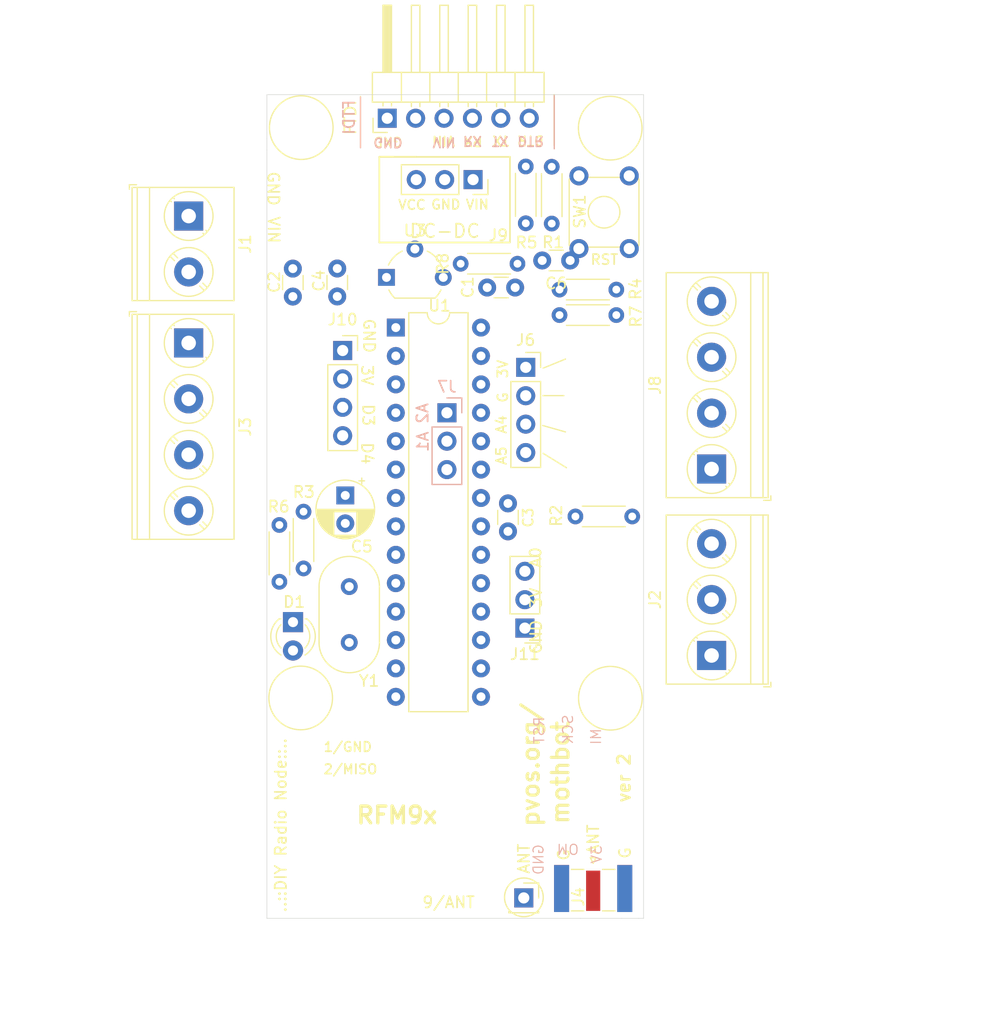
<source format=kicad_pcb>
(kicad_pcb (version 20171130) (host pcbnew 5.1.6-c6e7f7d~87~ubuntu18.04.1)

  (general
    (thickness 1.6)
    (drawings 81)
    (tracks 0)
    (zones 0)
    (modules 35)
    (nets 29)
  )

  (page A4)
  (layers
    (0 F.Cu signal)
    (31 B.Cu signal)
    (32 B.Adhes user)
    (33 F.Adhes user)
    (34 B.Paste user)
    (35 F.Paste user)
    (36 B.SilkS user hide)
    (37 F.SilkS user hide)
    (38 B.Mask user)
    (39 F.Mask user)
    (40 Dwgs.User user)
    (41 Cmts.User user)
    (42 Eco1.User user)
    (43 Eco2.User user)
    (44 Edge.Cuts user)
    (45 Margin user)
    (46 B.CrtYd user)
    (47 F.CrtYd user)
    (48 B.Fab user)
    (49 F.Fab user hide)
  )

  (setup
    (last_trace_width 0.25)
    (user_trace_width 0.4)
    (user_trace_width 0.5)
    (user_trace_width 0.75)
    (user_trace_width 1)
    (user_trace_width 1.25)
    (user_trace_width 1.5)
    (user_trace_width 1.7)
    (trace_clearance 0.2)
    (zone_clearance 0.508)
    (zone_45_only no)
    (trace_min 0.2)
    (via_size 0.8)
    (via_drill 0.4)
    (via_min_size 0.4)
    (via_min_drill 0.3)
    (user_via 1 0.5)
    (user_via 1.5 0.75)
    (user_via 1.78 0.89)
    (uvia_size 0.3)
    (uvia_drill 0.1)
    (uvias_allowed no)
    (uvia_min_size 0.2)
    (uvia_min_drill 0.1)
    (edge_width 0.05)
    (segment_width 0.2)
    (pcb_text_width 0.3)
    (pcb_text_size 1.5 1.5)
    (mod_edge_width 0.12)
    (mod_text_size 1 1)
    (mod_text_width 0.15)
    (pad_size 1.524 1.524)
    (pad_drill 0.762)
    (pad_to_mask_clearance 0.051)
    (solder_mask_min_width 0.25)
    (aux_axis_origin 0 0)
    (visible_elements FFFDF73F)
    (pcbplotparams
      (layerselection 0x010fc_ffffffff)
      (usegerberextensions false)
      (usegerberattributes false)
      (usegerberadvancedattributes false)
      (creategerberjobfile false)
      (excludeedgelayer true)
      (linewidth 0.100000)
      (plotframeref false)
      (viasonmask false)
      (mode 1)
      (useauxorigin false)
      (hpglpennumber 1)
      (hpglpenspeed 20)
      (hpglpendiameter 15.000000)
      (psnegative false)
      (psa4output false)
      (plotreference true)
      (plotvalue true)
      (plotinvisibletext false)
      (padsonsilk false)
      (subtractmaskfromsilk false)
      (outputformat 1)
      (mirror false)
      (drillshape 1)
      (scaleselection 1)
      (outputdirectory ""))
  )

  (net 0 "")
  (net 1 "Net-(U1-Pad10)")
  (net 2 "Net-(U1-Pad9)")
  (net 3 GND)
  (net 4 VCC)
  (net 5 SCK)
  (net 6 MISO)
  (net 7 MOSI)
  (net 8 "Net-(C3-Pad1)")
  (net 9 D6)
  (net 10 D3)
  (net 11 TX0)
  (net 12 RX0)
  (net 13 VIN)
  (net 14 D7)
  (net 15 "Net-(C1-Pad2)")
  (net 16 D8)
  (net 17 A0)
  (net 18 A1)
  (net 19 A5)
  (net 20 A2)
  (net 21 A4)
  (net 22 A3)
  (net 23 D5)
  (net 24 D4)
  (net 25 D2)
  (net 26 "Net-(D1-Pad1)")
  (net 27 RST)
  (net 28 "Net-(AT1-Pad1)")

  (net_class Default "This is the default net class."
    (clearance 0.2)
    (trace_width 0.25)
    (via_dia 0.8)
    (via_drill 0.4)
    (uvia_dia 0.3)
    (uvia_drill 0.1)
    (add_net A0)
    (add_net A1)
    (add_net A2)
    (add_net A3)
    (add_net A4)
    (add_net A5)
    (add_net D10)
    (add_net D2)
    (add_net D3)
    (add_net D4)
    (add_net D5)
    (add_net D6)
    (add_net D7)
    (add_net D8)
    (add_net D9)
    (add_net GND)
    (add_net MISO)
    (add_net MOSI)
    (add_net "Net-(AT1-Pad1)")
    (add_net "Net-(C1-Pad2)")
    (add_net "Net-(C3-Pad1)")
    (add_net "Net-(D1-Pad1)")
    (add_net "Net-(FTDI1-Pad2)")
    (add_net "Net-(U1-Pad10)")
    (add_net "Net-(U1-Pad9)")
    (add_net "Net-(U2-Pad11)")
    (add_net "Net-(U2-Pad12)")
    (add_net "Net-(U2-Pad16)")
    (add_net "Net-(U2-Pad7)")
    (add_net RST)
    (add_net RX0)
    (add_net SCK)
    (add_net TX0)
    (add_net VCC)
    (add_net VIN)
  )

  (module TerminalBlock_Phoenix:TerminalBlock_Phoenix_PT-1,5-4-5.0-H_1x04_P5.00mm_Horizontal (layer F.Cu) (tedit 5B294F6A) (tstamp 5F6C29FC)
    (at 153.975 92.025 90)
    (descr "Terminal Block Phoenix PT-1,5-4-5.0-H, 4 pins, pitch 5mm, size 20x9mm^2, drill diamater 1.3mm, pad diameter 2.6mm, see http://www.mouser.com/ds/2/324/ItemDetail_1935161-922578.pdf, script-generated using https://github.com/pointhi/kicad-footprint-generator/scripts/TerminalBlock_Phoenix")
    (tags "THT Terminal Block Phoenix PT-1,5-4-5.0-H pitch 5mm size 20x9mm^2 drill 1.3mm pad 2.6mm")
    (path /5F6B9734)
    (fp_text reference J8 (at 7.5 -5.06 90) (layer F.SilkS)
      (effects (font (size 1 1) (thickness 0.15)))
    )
    (fp_text value Screw_Terminal_01x04 (at 7.5 6.06 90) (layer F.Fab)
      (effects (font (size 1 1) (thickness 0.15)))
    )
    (fp_text user %R (at 7.5 2.9 90) (layer F.Fab)
      (effects (font (size 1 1) (thickness 0.15)))
    )
    (fp_circle (center 0 0) (end 2 0) (layer F.Fab) (width 0.1))
    (fp_circle (center 0 0) (end 2.18 0) (layer F.SilkS) (width 0.12))
    (fp_circle (center 5 0) (end 7 0) (layer F.Fab) (width 0.1))
    (fp_circle (center 5 0) (end 7.18 0) (layer F.SilkS) (width 0.12))
    (fp_circle (center 10 0) (end 12 0) (layer F.Fab) (width 0.1))
    (fp_circle (center 10 0) (end 12.18 0) (layer F.SilkS) (width 0.12))
    (fp_circle (center 15 0) (end 17 0) (layer F.Fab) (width 0.1))
    (fp_circle (center 15 0) (end 17.18 0) (layer F.SilkS) (width 0.12))
    (fp_line (start -2.5 -4) (end 17.5 -4) (layer F.Fab) (width 0.1))
    (fp_line (start 17.5 -4) (end 17.5 5) (layer F.Fab) (width 0.1))
    (fp_line (start 17.5 5) (end -2.1 5) (layer F.Fab) (width 0.1))
    (fp_line (start -2.1 5) (end -2.5 4.6) (layer F.Fab) (width 0.1))
    (fp_line (start -2.5 4.6) (end -2.5 -4) (layer F.Fab) (width 0.1))
    (fp_line (start -2.5 4.6) (end 17.5 4.6) (layer F.Fab) (width 0.1))
    (fp_line (start -2.56 4.6) (end 17.561 4.6) (layer F.SilkS) (width 0.12))
    (fp_line (start -2.5 3.5) (end 17.5 3.5) (layer F.Fab) (width 0.1))
    (fp_line (start -2.56 3.5) (end 17.561 3.5) (layer F.SilkS) (width 0.12))
    (fp_line (start -2.56 -4.06) (end 17.561 -4.06) (layer F.SilkS) (width 0.12))
    (fp_line (start -2.56 5.06) (end 17.561 5.06) (layer F.SilkS) (width 0.12))
    (fp_line (start -2.56 -4.06) (end -2.56 5.06) (layer F.SilkS) (width 0.12))
    (fp_line (start 17.561 -4.06) (end 17.561 5.06) (layer F.SilkS) (width 0.12))
    (fp_line (start 1.517 -1.273) (end -1.273 1.517) (layer F.Fab) (width 0.1))
    (fp_line (start 1.273 -1.517) (end -1.517 1.273) (layer F.Fab) (width 0.1))
    (fp_line (start 1.654 -1.388) (end 1.547 -1.281) (layer F.SilkS) (width 0.12))
    (fp_line (start -1.282 1.547) (end -1.388 1.654) (layer F.SilkS) (width 0.12))
    (fp_line (start 1.388 -1.654) (end 1.281 -1.547) (layer F.SilkS) (width 0.12))
    (fp_line (start -1.548 1.281) (end -1.654 1.388) (layer F.SilkS) (width 0.12))
    (fp_line (start 6.517 -1.273) (end 3.728 1.517) (layer F.Fab) (width 0.1))
    (fp_line (start 6.273 -1.517) (end 3.484 1.273) (layer F.Fab) (width 0.1))
    (fp_line (start 6.654 -1.388) (end 6.259 -0.992) (layer F.SilkS) (width 0.12))
    (fp_line (start 3.993 1.274) (end 3.613 1.654) (layer F.SilkS) (width 0.12))
    (fp_line (start 6.388 -1.654) (end 6.008 -1.274) (layer F.SilkS) (width 0.12))
    (fp_line (start 3.742 0.992) (end 3.347 1.388) (layer F.SilkS) (width 0.12))
    (fp_line (start 11.517 -1.273) (end 8.728 1.517) (layer F.Fab) (width 0.1))
    (fp_line (start 11.273 -1.517) (end 8.484 1.273) (layer F.Fab) (width 0.1))
    (fp_line (start 11.654 -1.388) (end 11.259 -0.992) (layer F.SilkS) (width 0.12))
    (fp_line (start 8.993 1.274) (end 8.613 1.654) (layer F.SilkS) (width 0.12))
    (fp_line (start 11.388 -1.654) (end 11.008 -1.274) (layer F.SilkS) (width 0.12))
    (fp_line (start 8.742 0.992) (end 8.347 1.388) (layer F.SilkS) (width 0.12))
    (fp_line (start 16.517 -1.273) (end 13.728 1.517) (layer F.Fab) (width 0.1))
    (fp_line (start 16.273 -1.517) (end 13.484 1.273) (layer F.Fab) (width 0.1))
    (fp_line (start 16.654 -1.388) (end 16.259 -0.992) (layer F.SilkS) (width 0.12))
    (fp_line (start 13.993 1.274) (end 13.613 1.654) (layer F.SilkS) (width 0.12))
    (fp_line (start 16.388 -1.654) (end 16.008 -1.274) (layer F.SilkS) (width 0.12))
    (fp_line (start 13.742 0.992) (end 13.347 1.388) (layer F.SilkS) (width 0.12))
    (fp_line (start -2.8 4.66) (end -2.8 5.3) (layer F.SilkS) (width 0.12))
    (fp_line (start -2.8 5.3) (end -2.4 5.3) (layer F.SilkS) (width 0.12))
    (fp_line (start -3 -4.5) (end -3 5.5) (layer F.CrtYd) (width 0.05))
    (fp_line (start -3 5.5) (end 18 5.5) (layer F.CrtYd) (width 0.05))
    (fp_line (start 18 5.5) (end 18 -4.5) (layer F.CrtYd) (width 0.05))
    (fp_line (start 18 -4.5) (end -3 -4.5) (layer F.CrtYd) (width 0.05))
    (pad 4 thru_hole circle (at 15 0 90) (size 2.6 2.6) (drill 1.3) (layers *.Cu *.Mask)
      (net 4 VCC))
    (pad 3 thru_hole circle (at 10 0 90) (size 2.6 2.6) (drill 1.3) (layers *.Cu *.Mask)
      (net 3 GND))
    (pad 2 thru_hole circle (at 5 0 90) (size 2.6 2.6) (drill 1.3) (layers *.Cu *.Mask)
      (net 19 A5))
    (pad 1 thru_hole rect (at 0 0 90) (size 2.6 2.6) (drill 1.3) (layers *.Cu *.Mask)
      (net 21 A4))
    (model ${KISYS3DMOD}/TerminalBlock_Phoenix.3dshapes/TerminalBlock_Phoenix_PT-1,5-4-5.0-H_1x04_P5.00mm_Horizontal.wrl
      (at (xyz 0 0 0))
      (scale (xyz 1 1 1))
      (rotate (xyz 0 0 0))
    )
  )

  (module TerminalBlock_Phoenix:TerminalBlock_Phoenix_PT-1,5-4-5.0-H_1x04_P5.00mm_Horizontal (layer F.Cu) (tedit 5B294F6A) (tstamp 5F2BCA29)
    (at 107.2 80.75 270)
    (descr "Terminal Block Phoenix PT-1,5-4-5.0-H, 4 pins, pitch 5mm, size 20x9mm^2, drill diamater 1.3mm, pad diameter 2.6mm, see http://www.mouser.com/ds/2/324/ItemDetail_1935161-922578.pdf, script-generated using https://github.com/pointhi/kicad-footprint-generator/scripts/TerminalBlock_Phoenix")
    (tags "THT Terminal Block Phoenix PT-1,5-4-5.0-H pitch 5mm size 20x9mm^2 drill 1.3mm pad 2.6mm")
    (path /5F312484)
    (fp_text reference J3 (at 7.5 -5.06 90) (layer F.SilkS)
      (effects (font (size 1 1) (thickness 0.15)))
    )
    (fp_text value Screw_Terminal_01x04 (at 7.5 6.06 90) (layer F.Fab)
      (effects (font (size 1 1) (thickness 0.15)))
    )
    (fp_text user %R (at 7.5 2.9 90) (layer F.Fab)
      (effects (font (size 1 1) (thickness 0.15)))
    )
    (fp_circle (center 0 0) (end 2 0) (layer F.Fab) (width 0.1))
    (fp_circle (center 0 0) (end 2.18 0) (layer F.SilkS) (width 0.12))
    (fp_circle (center 5 0) (end 7 0) (layer F.Fab) (width 0.1))
    (fp_circle (center 5 0) (end 7.18 0) (layer F.SilkS) (width 0.12))
    (fp_circle (center 10 0) (end 12 0) (layer F.Fab) (width 0.1))
    (fp_circle (center 10 0) (end 12.18 0) (layer F.SilkS) (width 0.12))
    (fp_circle (center 15 0) (end 17 0) (layer F.Fab) (width 0.1))
    (fp_circle (center 15 0) (end 17.18 0) (layer F.SilkS) (width 0.12))
    (fp_line (start -2.5 -4) (end 17.5 -4) (layer F.Fab) (width 0.1))
    (fp_line (start 17.5 -4) (end 17.5 5) (layer F.Fab) (width 0.1))
    (fp_line (start 17.5 5) (end -2.1 5) (layer F.Fab) (width 0.1))
    (fp_line (start -2.1 5) (end -2.5 4.6) (layer F.Fab) (width 0.1))
    (fp_line (start -2.5 4.6) (end -2.5 -4) (layer F.Fab) (width 0.1))
    (fp_line (start -2.5 4.6) (end 17.5 4.6) (layer F.Fab) (width 0.1))
    (fp_line (start -2.56 4.6) (end 17.561 4.6) (layer F.SilkS) (width 0.12))
    (fp_line (start -2.5 3.5) (end 17.5 3.5) (layer F.Fab) (width 0.1))
    (fp_line (start -2.56 3.5) (end 17.561 3.5) (layer F.SilkS) (width 0.12))
    (fp_line (start -2.56 -4.06) (end 17.561 -4.06) (layer F.SilkS) (width 0.12))
    (fp_line (start -2.56 5.06) (end 17.561 5.06) (layer F.SilkS) (width 0.12))
    (fp_line (start -2.56 -4.06) (end -2.56 5.06) (layer F.SilkS) (width 0.12))
    (fp_line (start 17.561 -4.06) (end 17.561 5.06) (layer F.SilkS) (width 0.12))
    (fp_line (start 1.517 -1.273) (end -1.273 1.517) (layer F.Fab) (width 0.1))
    (fp_line (start 1.273 -1.517) (end -1.517 1.273) (layer F.Fab) (width 0.1))
    (fp_line (start 1.654 -1.388) (end 1.547 -1.281) (layer F.SilkS) (width 0.12))
    (fp_line (start -1.282 1.547) (end -1.388 1.654) (layer F.SilkS) (width 0.12))
    (fp_line (start 1.388 -1.654) (end 1.281 -1.547) (layer F.SilkS) (width 0.12))
    (fp_line (start -1.548 1.281) (end -1.654 1.388) (layer F.SilkS) (width 0.12))
    (fp_line (start 6.517 -1.273) (end 3.728 1.517) (layer F.Fab) (width 0.1))
    (fp_line (start 6.273 -1.517) (end 3.484 1.273) (layer F.Fab) (width 0.1))
    (fp_line (start 6.654 -1.388) (end 6.259 -0.992) (layer F.SilkS) (width 0.12))
    (fp_line (start 3.993 1.274) (end 3.613 1.654) (layer F.SilkS) (width 0.12))
    (fp_line (start 6.388 -1.654) (end 6.008 -1.274) (layer F.SilkS) (width 0.12))
    (fp_line (start 3.742 0.992) (end 3.347 1.388) (layer F.SilkS) (width 0.12))
    (fp_line (start 11.517 -1.273) (end 8.728 1.517) (layer F.Fab) (width 0.1))
    (fp_line (start 11.273 -1.517) (end 8.484 1.273) (layer F.Fab) (width 0.1))
    (fp_line (start 11.654 -1.388) (end 11.259 -0.992) (layer F.SilkS) (width 0.12))
    (fp_line (start 8.993 1.274) (end 8.613 1.654) (layer F.SilkS) (width 0.12))
    (fp_line (start 11.388 -1.654) (end 11.008 -1.274) (layer F.SilkS) (width 0.12))
    (fp_line (start 8.742 0.992) (end 8.347 1.388) (layer F.SilkS) (width 0.12))
    (fp_line (start 16.517 -1.273) (end 13.728 1.517) (layer F.Fab) (width 0.1))
    (fp_line (start 16.273 -1.517) (end 13.484 1.273) (layer F.Fab) (width 0.1))
    (fp_line (start 16.654 -1.388) (end 16.259 -0.992) (layer F.SilkS) (width 0.12))
    (fp_line (start 13.993 1.274) (end 13.613 1.654) (layer F.SilkS) (width 0.12))
    (fp_line (start 16.388 -1.654) (end 16.008 -1.274) (layer F.SilkS) (width 0.12))
    (fp_line (start 13.742 0.992) (end 13.347 1.388) (layer F.SilkS) (width 0.12))
    (fp_line (start -2.8 4.66) (end -2.8 5.3) (layer F.SilkS) (width 0.12))
    (fp_line (start -2.8 5.3) (end -2.4 5.3) (layer F.SilkS) (width 0.12))
    (fp_line (start -3 -4.5) (end -3 5.5) (layer F.CrtYd) (width 0.05))
    (fp_line (start -3 5.5) (end 18 5.5) (layer F.CrtYd) (width 0.05))
    (fp_line (start 18 5.5) (end 18 -4.5) (layer F.CrtYd) (width 0.05))
    (fp_line (start 18 -4.5) (end -3 -4.5) (layer F.CrtYd) (width 0.05))
    (pad 4 thru_hole circle (at 15 0 270) (size 2.6 2.6) (drill 1.3) (layers *.Cu *.Mask)
      (net 24 D4))
    (pad 3 thru_hole circle (at 10 0 270) (size 2.6 2.6) (drill 1.3) (layers *.Cu *.Mask)
      (net 10 D3))
    (pad 2 thru_hole circle (at 5 0 270) (size 2.6 2.6) (drill 1.3) (layers *.Cu *.Mask)
      (net 4 VCC))
    (pad 1 thru_hole rect (at 0 0 270) (size 2.6 2.6) (drill 1.3) (layers *.Cu *.Mask)
      (net 3 GND))
    (model ${KISYS3DMOD}/TerminalBlock_Phoenix.3dshapes/TerminalBlock_Phoenix_PT-1,5-4-5.0-H_1x04_P5.00mm_Horizontal.wrl
      (at (xyz 0 0 0))
      (scale (xyz 1 1 1))
      (rotate (xyz 0 0 0))
    )
  )

  (module TerminalBlock_Phoenix:TerminalBlock_Phoenix_PT-1,5-3-5.0-H_1x03_P5.00mm_Horizontal (layer F.Cu) (tedit 5B294F69) (tstamp 5F6C2FBA)
    (at 153.975 108.7 90)
    (descr "Terminal Block Phoenix PT-1,5-3-5.0-H, 3 pins, pitch 5mm, size 15x9mm^2, drill diamater 1.3mm, pad diameter 2.6mm, see http://www.mouser.com/ds/2/324/ItemDetail_1935161-922578.pdf, script-generated using https://github.com/pointhi/kicad-footprint-generator/scripts/TerminalBlock_Phoenix")
    (tags "THT Terminal Block Phoenix PT-1,5-3-5.0-H pitch 5mm size 15x9mm^2 drill 1.3mm pad 2.6mm")
    (path /5F31163E)
    (fp_text reference J2 (at 5 -5.06 90) (layer F.SilkS)
      (effects (font (size 1 1) (thickness 0.15)))
    )
    (fp_text value Screw_Terminal_01x03 (at 5 6.06 90) (layer F.Fab)
      (effects (font (size 1 1) (thickness 0.15)))
    )
    (fp_text user %R (at 5 2.9 90) (layer F.Fab)
      (effects (font (size 1 1) (thickness 0.15)))
    )
    (fp_circle (center 0 0) (end 2 0) (layer F.Fab) (width 0.1))
    (fp_circle (center 0 0) (end 2.18 0) (layer F.SilkS) (width 0.12))
    (fp_circle (center 5 0) (end 7 0) (layer F.Fab) (width 0.1))
    (fp_circle (center 5 0) (end 7.18 0) (layer F.SilkS) (width 0.12))
    (fp_circle (center 10 0) (end 12 0) (layer F.Fab) (width 0.1))
    (fp_circle (center 10 0) (end 12.18 0) (layer F.SilkS) (width 0.12))
    (fp_line (start -2.5 -4) (end 12.5 -4) (layer F.Fab) (width 0.1))
    (fp_line (start 12.5 -4) (end 12.5 5) (layer F.Fab) (width 0.1))
    (fp_line (start 12.5 5) (end -2.1 5) (layer F.Fab) (width 0.1))
    (fp_line (start -2.1 5) (end -2.5 4.6) (layer F.Fab) (width 0.1))
    (fp_line (start -2.5 4.6) (end -2.5 -4) (layer F.Fab) (width 0.1))
    (fp_line (start -2.5 4.6) (end 12.5 4.6) (layer F.Fab) (width 0.1))
    (fp_line (start -2.56 4.6) (end 12.56 4.6) (layer F.SilkS) (width 0.12))
    (fp_line (start -2.5 3.5) (end 12.5 3.5) (layer F.Fab) (width 0.1))
    (fp_line (start -2.56 3.5) (end 12.56 3.5) (layer F.SilkS) (width 0.12))
    (fp_line (start -2.56 -4.06) (end 12.56 -4.06) (layer F.SilkS) (width 0.12))
    (fp_line (start -2.56 5.06) (end 12.56 5.06) (layer F.SilkS) (width 0.12))
    (fp_line (start -2.56 -4.06) (end -2.56 5.06) (layer F.SilkS) (width 0.12))
    (fp_line (start 12.56 -4.06) (end 12.56 5.06) (layer F.SilkS) (width 0.12))
    (fp_line (start 1.517 -1.273) (end -1.273 1.517) (layer F.Fab) (width 0.1))
    (fp_line (start 1.273 -1.517) (end -1.517 1.273) (layer F.Fab) (width 0.1))
    (fp_line (start 1.654 -1.388) (end 1.547 -1.281) (layer F.SilkS) (width 0.12))
    (fp_line (start -1.282 1.547) (end -1.388 1.654) (layer F.SilkS) (width 0.12))
    (fp_line (start 1.388 -1.654) (end 1.281 -1.547) (layer F.SilkS) (width 0.12))
    (fp_line (start -1.548 1.281) (end -1.654 1.388) (layer F.SilkS) (width 0.12))
    (fp_line (start 6.517 -1.273) (end 3.728 1.517) (layer F.Fab) (width 0.1))
    (fp_line (start 6.273 -1.517) (end 3.484 1.273) (layer F.Fab) (width 0.1))
    (fp_line (start 6.654 -1.388) (end 6.259 -0.992) (layer F.SilkS) (width 0.12))
    (fp_line (start 3.993 1.274) (end 3.613 1.654) (layer F.SilkS) (width 0.12))
    (fp_line (start 6.388 -1.654) (end 6.008 -1.274) (layer F.SilkS) (width 0.12))
    (fp_line (start 3.742 0.992) (end 3.347 1.388) (layer F.SilkS) (width 0.12))
    (fp_line (start 11.517 -1.273) (end 8.728 1.517) (layer F.Fab) (width 0.1))
    (fp_line (start 11.273 -1.517) (end 8.484 1.273) (layer F.Fab) (width 0.1))
    (fp_line (start 11.654 -1.388) (end 11.259 -0.992) (layer F.SilkS) (width 0.12))
    (fp_line (start 8.993 1.274) (end 8.613 1.654) (layer F.SilkS) (width 0.12))
    (fp_line (start 11.388 -1.654) (end 11.008 -1.274) (layer F.SilkS) (width 0.12))
    (fp_line (start 8.742 0.992) (end 8.347 1.388) (layer F.SilkS) (width 0.12))
    (fp_line (start -2.8 4.66) (end -2.8 5.3) (layer F.SilkS) (width 0.12))
    (fp_line (start -2.8 5.3) (end -2.4 5.3) (layer F.SilkS) (width 0.12))
    (fp_line (start -3 -4.5) (end -3 5.5) (layer F.CrtYd) (width 0.05))
    (fp_line (start -3 5.5) (end 13 5.5) (layer F.CrtYd) (width 0.05))
    (fp_line (start 13 5.5) (end 13 -4.5) (layer F.CrtYd) (width 0.05))
    (fp_line (start 13 -4.5) (end -3 -4.5) (layer F.CrtYd) (width 0.05))
    (pad 3 thru_hole circle (at 10 0 90) (size 2.6 2.6) (drill 1.3) (layers *.Cu *.Mask)
      (net 17 A0))
    (pad 2 thru_hole circle (at 5 0 90) (size 2.6 2.6) (drill 1.3) (layers *.Cu *.Mask)
      (net 4 VCC))
    (pad 1 thru_hole rect (at 0 0 90) (size 2.6 2.6) (drill 1.3) (layers *.Cu *.Mask)
      (net 3 GND))
    (model ${KISYS3DMOD}/TerminalBlock_Phoenix.3dshapes/TerminalBlock_Phoenix_PT-1,5-3-5.0-H_1x03_P5.00mm_Horizontal.wrl
      (at (xyz 0 0 0))
      (scale (xyz 1 1 1))
      (rotate (xyz 0 0 0))
    )
  )

  (module TerminalBlock_Phoenix:TerminalBlock_Phoenix_PT-1,5-2-5.0-H_1x02_P5.00mm_Horizontal (layer F.Cu) (tedit 5B294F69) (tstamp 5F6C3EB3)
    (at 107.2 69.4 270)
    (descr "Terminal Block Phoenix PT-1,5-2-5.0-H, 2 pins, pitch 5mm, size 10x9mm^2, drill diamater 1.3mm, pad diameter 2.6mm, see http://www.mouser.com/ds/2/324/ItemDetail_1935161-922578.pdf, script-generated using https://github.com/pointhi/kicad-footprint-generator/scripts/TerminalBlock_Phoenix")
    (tags "THT Terminal Block Phoenix PT-1,5-2-5.0-H pitch 5mm size 10x9mm^2 drill 1.3mm pad 2.6mm")
    (path /5F6EF08A)
    (fp_text reference J1 (at 2.5 -5.06 90) (layer F.SilkS)
      (effects (font (size 1 1) (thickness 0.15)))
    )
    (fp_text value Screw_Terminal_01x02 (at 2.5 6.06 90) (layer F.Fab)
      (effects (font (size 1 1) (thickness 0.15)))
    )
    (fp_text user %R (at 2.5 2.9 90) (layer F.Fab)
      (effects (font (size 1 1) (thickness 0.15)))
    )
    (fp_circle (center 0 0) (end 2 0) (layer F.Fab) (width 0.1))
    (fp_circle (center 0 0) (end 2.18 0) (layer F.SilkS) (width 0.12))
    (fp_circle (center 5 0) (end 7 0) (layer F.Fab) (width 0.1))
    (fp_circle (center 5 0) (end 7.18 0) (layer F.SilkS) (width 0.12))
    (fp_line (start -2.5 -4) (end 7.5 -4) (layer F.Fab) (width 0.1))
    (fp_line (start 7.5 -4) (end 7.5 5) (layer F.Fab) (width 0.1))
    (fp_line (start 7.5 5) (end -2.1 5) (layer F.Fab) (width 0.1))
    (fp_line (start -2.1 5) (end -2.5 4.6) (layer F.Fab) (width 0.1))
    (fp_line (start -2.5 4.6) (end -2.5 -4) (layer F.Fab) (width 0.1))
    (fp_line (start -2.5 4.6) (end 7.5 4.6) (layer F.Fab) (width 0.1))
    (fp_line (start -2.56 4.6) (end 7.56 4.6) (layer F.SilkS) (width 0.12))
    (fp_line (start -2.5 3.5) (end 7.5 3.5) (layer F.Fab) (width 0.1))
    (fp_line (start -2.56 3.5) (end 7.56 3.5) (layer F.SilkS) (width 0.12))
    (fp_line (start -2.56 -4.06) (end 7.56 -4.06) (layer F.SilkS) (width 0.12))
    (fp_line (start -2.56 5.06) (end 7.56 5.06) (layer F.SilkS) (width 0.12))
    (fp_line (start -2.56 -4.06) (end -2.56 5.06) (layer F.SilkS) (width 0.12))
    (fp_line (start 7.56 -4.06) (end 7.56 5.06) (layer F.SilkS) (width 0.12))
    (fp_line (start 1.517 -1.273) (end -1.273 1.517) (layer F.Fab) (width 0.1))
    (fp_line (start 1.273 -1.517) (end -1.517 1.273) (layer F.Fab) (width 0.1))
    (fp_line (start 1.654 -1.388) (end 1.547 -1.281) (layer F.SilkS) (width 0.12))
    (fp_line (start -1.282 1.547) (end -1.388 1.654) (layer F.SilkS) (width 0.12))
    (fp_line (start 1.388 -1.654) (end 1.281 -1.547) (layer F.SilkS) (width 0.12))
    (fp_line (start -1.548 1.281) (end -1.654 1.388) (layer F.SilkS) (width 0.12))
    (fp_line (start 6.517 -1.273) (end 3.728 1.517) (layer F.Fab) (width 0.1))
    (fp_line (start 6.273 -1.517) (end 3.484 1.273) (layer F.Fab) (width 0.1))
    (fp_line (start 6.654 -1.388) (end 6.259 -0.992) (layer F.SilkS) (width 0.12))
    (fp_line (start 3.993 1.274) (end 3.613 1.654) (layer F.SilkS) (width 0.12))
    (fp_line (start 6.388 -1.654) (end 6.008 -1.274) (layer F.SilkS) (width 0.12))
    (fp_line (start 3.742 0.992) (end 3.347 1.388) (layer F.SilkS) (width 0.12))
    (fp_line (start -2.8 4.66) (end -2.8 5.3) (layer F.SilkS) (width 0.12))
    (fp_line (start -2.8 5.3) (end -2.4 5.3) (layer F.SilkS) (width 0.12))
    (fp_line (start -3 -4.5) (end -3 5.5) (layer F.CrtYd) (width 0.05))
    (fp_line (start -3 5.5) (end 8 5.5) (layer F.CrtYd) (width 0.05))
    (fp_line (start 8 5.5) (end 8 -4.5) (layer F.CrtYd) (width 0.05))
    (fp_line (start 8 -4.5) (end -3 -4.5) (layer F.CrtYd) (width 0.05))
    (pad 2 thru_hole circle (at 5 0 270) (size 2.6 2.6) (drill 1.3) (layers *.Cu *.Mask)
      (net 13 VIN))
    (pad 1 thru_hole rect (at 0 0 270) (size 2.6 2.6) (drill 1.3) (layers *.Cu *.Mask)
      (net 3 GND))
    (model ${KISYS3DMOD}/TerminalBlock_Phoenix.3dshapes/TerminalBlock_Phoenix_PT-1,5-2-5.0-H_1x02_P5.00mm_Horizontal.wrl
      (at (xyz 0 0 0))
      (scale (xyz 1 1 1))
      (rotate (xyz 0 0 0))
    )
  )

  (module Capacitor_THT:C_Disc_D3.0mm_W1.6mm_P2.50mm (layer F.Cu) (tedit 5AE50EF0) (tstamp 5F799C45)
    (at 141.325 73.375 180)
    (descr "C, Disc series, Radial, pin pitch=2.50mm, , diameter*width=3.0*1.6mm^2, Capacitor, http://www.vishay.com/docs/45233/krseries.pdf")
    (tags "C Disc series Radial pin pitch 2.50mm  diameter 3.0mm width 1.6mm Capacitor")
    (path /5F808EB5)
    (fp_text reference C6 (at 1.25 -2.05) (layer F.SilkS)
      (effects (font (size 1 1) (thickness 0.15)))
    )
    (fp_text value 0.1uF (at 1.25 2.05) (layer F.Fab)
      (effects (font (size 1 1) (thickness 0.15)))
    )
    (fp_line (start 3.55 -1.05) (end -1.05 -1.05) (layer F.CrtYd) (width 0.05))
    (fp_line (start 3.55 1.05) (end 3.55 -1.05) (layer F.CrtYd) (width 0.05))
    (fp_line (start -1.05 1.05) (end 3.55 1.05) (layer F.CrtYd) (width 0.05))
    (fp_line (start -1.05 -1.05) (end -1.05 1.05) (layer F.CrtYd) (width 0.05))
    (fp_line (start 0.621 0.92) (end 1.879 0.92) (layer F.SilkS) (width 0.12))
    (fp_line (start 0.621 -0.92) (end 1.879 -0.92) (layer F.SilkS) (width 0.12))
    (fp_line (start 2.75 -0.8) (end -0.25 -0.8) (layer F.Fab) (width 0.1))
    (fp_line (start 2.75 0.8) (end 2.75 -0.8) (layer F.Fab) (width 0.1))
    (fp_line (start -0.25 0.8) (end 2.75 0.8) (layer F.Fab) (width 0.1))
    (fp_line (start -0.25 -0.8) (end -0.25 0.8) (layer F.Fab) (width 0.1))
    (fp_text user %R (at 1.25 0) (layer F.Fab)
      (effects (font (size 0.6 0.6) (thickness 0.09)))
    )
    (pad 2 thru_hole circle (at 2.5 0 180) (size 1.6 1.6) (drill 0.8) (layers *.Cu *.Mask)
      (net 3 GND))
    (pad 1 thru_hole circle (at 0 0 180) (size 1.6 1.6) (drill 0.8) (layers *.Cu *.Mask)
      (net 22 A3))
    (model ${KISYS3DMOD}/Capacitor_THT.3dshapes/C_Disc_D3.0mm_W1.6mm_P2.50mm.wrl
      (at (xyz 0 0 0))
      (scale (xyz 1 1 1))
      (rotate (xyz 0 0 0))
    )
  )

  (module Package_TO_SOT_THT:TO-92_Wide (layer F.Cu) (tedit 5A2795B7) (tstamp 5F6C0918)
    (at 124.89688 74.88936)
    (descr "TO-92 leads molded, wide, drill 0.75mm (see NXP sot054_po.pdf)")
    (tags "to-92 sc-43 sc-43a sot54 PA33 transistor")
    (path /5F67A451)
    (fp_text reference U3 (at 2.55 -4.19) (layer F.SilkS)
      (effects (font (size 1 1) (thickness 0.15)))
    )
    (fp_text value MCP1700-3302E_TO92 (at 2.54 2.79) (layer F.Fab)
      (effects (font (size 1 1) (thickness 0.15)))
    )
    (fp_line (start 6.09 2.01) (end -1.01 2.01) (layer F.CrtYd) (width 0.05))
    (fp_line (start 6.09 2.01) (end 6.09 -3.55) (layer F.CrtYd) (width 0.05))
    (fp_line (start -1.01 -3.55) (end -1.01 2.01) (layer F.CrtYd) (width 0.05))
    (fp_line (start -1.01 -3.55) (end 6.09 -3.55) (layer F.CrtYd) (width 0.05))
    (fp_line (start 0.8 1.75) (end 4.3 1.75) (layer F.Fab) (width 0.1))
    (fp_line (start 0.74 1.85) (end 4.34 1.85) (layer F.SilkS) (width 0.12))
    (fp_arc (start 2.54 0) (end 4.34 1.85) (angle -20) (layer F.SilkS) (width 0.12))
    (fp_arc (start 2.54 0) (end 2.54 -2.48) (angle -135) (layer F.Fab) (width 0.1))
    (fp_arc (start 2.54 0) (end 2.54 -2.48) (angle 135) (layer F.Fab) (width 0.1))
    (fp_arc (start 2.54 0) (end 3.65 -2.35) (angle 39.71668247) (layer F.SilkS) (width 0.12))
    (fp_arc (start 2.54 0) (end 1.4 -2.35) (angle -39.12170074) (layer F.SilkS) (width 0.12))
    (fp_arc (start 2.54 0) (end 0.74 1.85) (angle 20) (layer F.SilkS) (width 0.12))
    (fp_text user %R (at 2.54 0) (layer F.Fab)
      (effects (font (size 1 1) (thickness 0.15)))
    )
    (pad 1 thru_hole rect (at 0 0 90) (size 1.5 1.5) (drill 0.8) (layers *.Cu *.Mask)
      (net 3 GND))
    (pad 3 thru_hole circle (at 5.08 0 90) (size 1.5 1.5) (drill 0.8) (layers *.Cu *.Mask)
      (net 4 VCC))
    (pad 2 thru_hole circle (at 2.54 -2.54 90) (size 1.5 1.5) (drill 0.8) (layers *.Cu *.Mask)
      (net 13 VIN))
    (model ${KISYS3DMOD}/Package_TO_SOT_THT.3dshapes/TO-92_Wide.wrl
      (at (xyz 0 0 0))
      (scale (xyz 1 1 1))
      (rotate (xyz 0 0 0))
    )
  )

  (module Connector_PinHeader_2.54mm:PinHeader_1x03_P2.54mm_Vertical (layer F.Cu) (tedit 59FED5CC) (tstamp 5F79A07E)
    (at 137.275 106.25 180)
    (descr "Through hole straight pin header, 1x03, 2.54mm pitch, single row")
    (tags "Through hole pin header THT 1x03 2.54mm single row")
    (path /5F7CE5DB)
    (fp_text reference J11 (at 0 -2.33) (layer F.SilkS)
      (effects (font (size 1 1) (thickness 0.15)))
    )
    (fp_text value Conn_01x03_Female (at 0 7.41) (layer F.Fab)
      (effects (font (size 1 1) (thickness 0.15)))
    )
    (fp_line (start 1.8 -1.8) (end -1.8 -1.8) (layer F.CrtYd) (width 0.05))
    (fp_line (start 1.8 6.85) (end 1.8 -1.8) (layer F.CrtYd) (width 0.05))
    (fp_line (start -1.8 6.85) (end 1.8 6.85) (layer F.CrtYd) (width 0.05))
    (fp_line (start -1.8 -1.8) (end -1.8 6.85) (layer F.CrtYd) (width 0.05))
    (fp_line (start -1.33 -1.33) (end 0 -1.33) (layer F.SilkS) (width 0.12))
    (fp_line (start -1.33 0) (end -1.33 -1.33) (layer F.SilkS) (width 0.12))
    (fp_line (start -1.33 1.27) (end 1.33 1.27) (layer F.SilkS) (width 0.12))
    (fp_line (start 1.33 1.27) (end 1.33 6.41) (layer F.SilkS) (width 0.12))
    (fp_line (start -1.33 1.27) (end -1.33 6.41) (layer F.SilkS) (width 0.12))
    (fp_line (start -1.33 6.41) (end 1.33 6.41) (layer F.SilkS) (width 0.12))
    (fp_line (start -1.27 -0.635) (end -0.635 -1.27) (layer F.Fab) (width 0.1))
    (fp_line (start -1.27 6.35) (end -1.27 -0.635) (layer F.Fab) (width 0.1))
    (fp_line (start 1.27 6.35) (end -1.27 6.35) (layer F.Fab) (width 0.1))
    (fp_line (start 1.27 -1.27) (end 1.27 6.35) (layer F.Fab) (width 0.1))
    (fp_line (start -0.635 -1.27) (end 1.27 -1.27) (layer F.Fab) (width 0.1))
    (fp_text user %R (at 0 2.54 90) (layer F.Fab)
      (effects (font (size 1 1) (thickness 0.15)))
    )
    (pad 3 thru_hole oval (at 0 5.08 180) (size 1.7 1.7) (drill 1) (layers *.Cu *.Mask)
      (net 17 A0))
    (pad 2 thru_hole oval (at 0 2.54 180) (size 1.7 1.7) (drill 1) (layers *.Cu *.Mask)
      (net 4 VCC))
    (pad 1 thru_hole rect (at 0 0 180) (size 1.7 1.7) (drill 1) (layers *.Cu *.Mask)
      (net 3 GND))
    (model ${KISYS3DMOD}/Connector_PinHeader_2.54mm.3dshapes/PinHeader_1x03_P2.54mm_Vertical.wrl
      (at (xyz 0 0 0))
      (scale (xyz 1 1 1))
      (rotate (xyz 0 0 0))
    )
  )

  (module Connector_PinSocket_2.54mm:PinSocket_1x04_P2.54mm_Vertical (layer F.Cu) (tedit 5A19A429) (tstamp 5F79A067)
    (at 120.975 81.425)
    (descr "Through hole straight socket strip, 1x04, 2.54mm pitch, single row (from Kicad 4.0.7), script generated")
    (tags "Through hole socket strip THT 1x04 2.54mm single row")
    (path /5F7A4B06)
    (fp_text reference J10 (at 0 -2.77) (layer F.SilkS)
      (effects (font (size 1 1) (thickness 0.15)))
    )
    (fp_text value Conn_01x04_Female (at 0 10.39) (layer F.Fab)
      (effects (font (size 1 1) (thickness 0.15)))
    )
    (fp_line (start -1.8 9.4) (end -1.8 -1.8) (layer F.CrtYd) (width 0.05))
    (fp_line (start 1.75 9.4) (end -1.8 9.4) (layer F.CrtYd) (width 0.05))
    (fp_line (start 1.75 -1.8) (end 1.75 9.4) (layer F.CrtYd) (width 0.05))
    (fp_line (start -1.8 -1.8) (end 1.75 -1.8) (layer F.CrtYd) (width 0.05))
    (fp_line (start 0 -1.33) (end 1.33 -1.33) (layer F.SilkS) (width 0.12))
    (fp_line (start 1.33 -1.33) (end 1.33 0) (layer F.SilkS) (width 0.12))
    (fp_line (start 1.33 1.27) (end 1.33 8.95) (layer F.SilkS) (width 0.12))
    (fp_line (start -1.33 8.95) (end 1.33 8.95) (layer F.SilkS) (width 0.12))
    (fp_line (start -1.33 1.27) (end -1.33 8.95) (layer F.SilkS) (width 0.12))
    (fp_line (start -1.33 1.27) (end 1.33 1.27) (layer F.SilkS) (width 0.12))
    (fp_line (start -1.27 8.89) (end -1.27 -1.27) (layer F.Fab) (width 0.1))
    (fp_line (start 1.27 8.89) (end -1.27 8.89) (layer F.Fab) (width 0.1))
    (fp_line (start 1.27 -0.635) (end 1.27 8.89) (layer F.Fab) (width 0.1))
    (fp_line (start 0.635 -1.27) (end 1.27 -0.635) (layer F.Fab) (width 0.1))
    (fp_line (start -1.27 -1.27) (end 0.635 -1.27) (layer F.Fab) (width 0.1))
    (fp_text user %R (at 0 3.81 90) (layer F.Fab)
      (effects (font (size 1 1) (thickness 0.15)))
    )
    (pad 4 thru_hole oval (at 0 7.62) (size 1.7 1.7) (drill 1) (layers *.Cu *.Mask)
      (net 24 D4))
    (pad 3 thru_hole oval (at 0 5.08) (size 1.7 1.7) (drill 1) (layers *.Cu *.Mask)
      (net 10 D3))
    (pad 2 thru_hole oval (at 0 2.54) (size 1.7 1.7) (drill 1) (layers *.Cu *.Mask)
      (net 4 VCC))
    (pad 1 thru_hole rect (at 0 0) (size 1.7 1.7) (drill 1) (layers *.Cu *.Mask)
      (net 3 GND))
    (model ${KISYS3DMOD}/Connector_PinSocket_2.54mm.3dshapes/PinSocket_1x04_P2.54mm_Vertical.wrl
      (at (xyz 0 0 0))
      (scale (xyz 1 1 1))
      (rotate (xyz 0 0 0))
    )
  )

  (module Resistor_THT:R_Axial_DIN0204_L3.6mm_D1.6mm_P5.08mm_Horizontal (layer F.Cu) (tedit 5AE5139B) (tstamp 5F6CD530)
    (at 131.53136 73.66508)
    (descr "Resistor, Axial_DIN0204 series, Axial, Horizontal, pin pitch=5.08mm, 0.167W, length*diameter=3.6*1.6mm^2, http://cdn-reichelt.de/documents/datenblatt/B400/1_4W%23YAG.pdf")
    (tags "Resistor Axial_DIN0204 series Axial Horizontal pin pitch 5.08mm 0.167W length 3.6mm diameter 1.6mm")
    (path /5F722F91)
    (fp_text reference R8 (at -1.6002 0 90) (layer F.SilkS)
      (effects (font (size 1 1) (thickness 0.15)))
    )
    (fp_text value R (at 2.54 1.92) (layer F.Fab)
      (effects (font (size 1 1) (thickness 0.15)))
    )
    (fp_line (start 6.03 -1.05) (end -0.95 -1.05) (layer F.CrtYd) (width 0.05))
    (fp_line (start 6.03 1.05) (end 6.03 -1.05) (layer F.CrtYd) (width 0.05))
    (fp_line (start -0.95 1.05) (end 6.03 1.05) (layer F.CrtYd) (width 0.05))
    (fp_line (start -0.95 -1.05) (end -0.95 1.05) (layer F.CrtYd) (width 0.05))
    (fp_line (start 0.62 0.92) (end 4.46 0.92) (layer F.SilkS) (width 0.12))
    (fp_line (start 0.62 -0.92) (end 4.46 -0.92) (layer F.SilkS) (width 0.12))
    (fp_line (start 5.08 0) (end 4.34 0) (layer F.Fab) (width 0.1))
    (fp_line (start 0 0) (end 0.74 0) (layer F.Fab) (width 0.1))
    (fp_line (start 4.34 -0.8) (end 0.74 -0.8) (layer F.Fab) (width 0.1))
    (fp_line (start 4.34 0.8) (end 4.34 -0.8) (layer F.Fab) (width 0.1))
    (fp_line (start 0.74 0.8) (end 4.34 0.8) (layer F.Fab) (width 0.1))
    (fp_line (start 0.74 -0.8) (end 0.74 0.8) (layer F.Fab) (width 0.1))
    (fp_text user %R (at 2.54 0) (layer F.Fab)
      (effects (font (size 0.72 0.72) (thickness 0.108)))
    )
    (pad 2 thru_hole oval (at 5.08 0) (size 1.4 1.4) (drill 0.7) (layers *.Cu *.Mask)
      (net 19 A5))
    (pad 1 thru_hole circle (at 0 0) (size 1.4 1.4) (drill 0.7) (layers *.Cu *.Mask)
      (net 4 VCC))
    (model ${KISYS3DMOD}/Resistor_THT.3dshapes/R_Axial_DIN0204_L3.6mm_D1.6mm_P5.08mm_Horizontal.wrl
      (at (xyz 0 0 0))
      (scale (xyz 1 1 1))
      (rotate (xyz 0 0 0))
    )
  )

  (module Resistor_THT:R_Axial_DIN0204_L3.6mm_D1.6mm_P5.08mm_Horizontal (layer F.Cu) (tedit 5AE5139B) (tstamp 5F6D2E5F)
    (at 140.3731 78.2574)
    (descr "Resistor, Axial_DIN0204 series, Axial, Horizontal, pin pitch=5.08mm, 0.167W, length*diameter=3.6*1.6mm^2, http://cdn-reichelt.de/documents/datenblatt/B400/1_4W%23YAG.pdf")
    (tags "Resistor Axial_DIN0204 series Axial Horizontal pin pitch 5.08mm 0.167W length 3.6mm diameter 1.6mm")
    (path /5F7227DD)
    (fp_text reference R7 (at 6.82244 0.13208 90) (layer F.SilkS)
      (effects (font (size 1 1) (thickness 0.15)))
    )
    (fp_text value R (at 2.54 1.92) (layer F.Fab)
      (effects (font (size 1 1) (thickness 0.15)))
    )
    (fp_line (start 6.03 -1.05) (end -0.95 -1.05) (layer F.CrtYd) (width 0.05))
    (fp_line (start 6.03 1.05) (end 6.03 -1.05) (layer F.CrtYd) (width 0.05))
    (fp_line (start -0.95 1.05) (end 6.03 1.05) (layer F.CrtYd) (width 0.05))
    (fp_line (start -0.95 -1.05) (end -0.95 1.05) (layer F.CrtYd) (width 0.05))
    (fp_line (start 0.62 0.92) (end 4.46 0.92) (layer F.SilkS) (width 0.12))
    (fp_line (start 0.62 -0.92) (end 4.46 -0.92) (layer F.SilkS) (width 0.12))
    (fp_line (start 5.08 0) (end 4.34 0) (layer F.Fab) (width 0.1))
    (fp_line (start 0 0) (end 0.74 0) (layer F.Fab) (width 0.1))
    (fp_line (start 4.34 -0.8) (end 0.74 -0.8) (layer F.Fab) (width 0.1))
    (fp_line (start 4.34 0.8) (end 4.34 -0.8) (layer F.Fab) (width 0.1))
    (fp_line (start 0.74 0.8) (end 4.34 0.8) (layer F.Fab) (width 0.1))
    (fp_line (start 0.74 -0.8) (end 0.74 0.8) (layer F.Fab) (width 0.1))
    (fp_text user %R (at 2.54 0) (layer F.Fab)
      (effects (font (size 0.72 0.72) (thickness 0.108)))
    )
    (pad 2 thru_hole oval (at 5.08 0) (size 1.4 1.4) (drill 0.7) (layers *.Cu *.Mask)
      (net 21 A4))
    (pad 1 thru_hole circle (at 0 0) (size 1.4 1.4) (drill 0.7) (layers *.Cu *.Mask)
      (net 4 VCC))
    (model ${KISYS3DMOD}/Resistor_THT.3dshapes/R_Axial_DIN0204_L3.6mm_D1.6mm_P5.08mm_Horizontal.wrl
      (at (xyz 0 0 0))
      (scale (xyz 1 1 1))
      (rotate (xyz 0 0 0))
    )
  )

  (module Resistor_THT:R_Axial_DIN0204_L3.6mm_D1.6mm_P5.08mm_Horizontal (layer F.Cu) (tedit 5AE5139B) (tstamp 5F3A150D)
    (at 115.316 102.108 90)
    (descr "Resistor, Axial_DIN0204 series, Axial, Horizontal, pin pitch=5.08mm, 0.167W, length*diameter=3.6*1.6mm^2, http://cdn-reichelt.de/documents/datenblatt/B400/1_4W%23YAG.pdf")
    (tags "Resistor Axial_DIN0204 series Axial Horizontal pin pitch 5.08mm 0.167W length 3.6mm diameter 1.6mm")
    (path /5F59A5EA)
    (fp_text reference R6 (at 6.7183 -0.0635 180) (layer F.SilkS)
      (effects (font (size 1 1) (thickness 0.15)))
    )
    (fp_text value 300R (at 2.54 1.92 90) (layer F.Fab)
      (effects (font (size 1 1) (thickness 0.15)))
    )
    (fp_line (start 6.03 -1.05) (end -0.95 -1.05) (layer F.CrtYd) (width 0.05))
    (fp_line (start 6.03 1.05) (end 6.03 -1.05) (layer F.CrtYd) (width 0.05))
    (fp_line (start -0.95 1.05) (end 6.03 1.05) (layer F.CrtYd) (width 0.05))
    (fp_line (start -0.95 -1.05) (end -0.95 1.05) (layer F.CrtYd) (width 0.05))
    (fp_line (start 0.62 0.92) (end 4.46 0.92) (layer F.SilkS) (width 0.12))
    (fp_line (start 0.62 -0.92) (end 4.46 -0.92) (layer F.SilkS) (width 0.12))
    (fp_line (start 5.08 0) (end 4.34 0) (layer F.Fab) (width 0.1))
    (fp_line (start 0 0) (end 0.74 0) (layer F.Fab) (width 0.1))
    (fp_line (start 4.34 -0.8) (end 0.74 -0.8) (layer F.Fab) (width 0.1))
    (fp_line (start 4.34 0.8) (end 4.34 -0.8) (layer F.Fab) (width 0.1))
    (fp_line (start 0.74 0.8) (end 4.34 0.8) (layer F.Fab) (width 0.1))
    (fp_line (start 0.74 -0.8) (end 0.74 0.8) (layer F.Fab) (width 0.1))
    (fp_text user %R (at 2.54 0 90) (layer F.Fab)
      (effects (font (size 0.72 0.72) (thickness 0.108)))
    )
    (pad 2 thru_hole oval (at 5.08 0 90) (size 1.4 1.4) (drill 0.7) (layers *.Cu *.Mask)
      (net 3 GND))
    (pad 1 thru_hole circle (at 0 0 90) (size 1.4 1.4) (drill 0.7) (layers *.Cu *.Mask)
      (net 26 "Net-(D1-Pad1)"))
    (model ${KISYS3DMOD}/Resistor_THT.3dshapes/R_Axial_DIN0204_L3.6mm_D1.6mm_P5.08mm_Horizontal.wrl
      (at (xyz 0 0 0))
      (scale (xyz 1 1 1))
      (rotate (xyz 0 0 0))
    )
  )

  (module Button_Switch_THT:SW_TH_Tactile_Omron_B3F-10xx (layer F.Cu) (tedit 5D84F0EF) (tstamp 5F6C16B4)
    (at 142.10792 72.30872 90)
    (descr SW_TH_Tactile_Omron_B3F-10xx_https://www.omron.com/ecb/products/pdf/en-b3f.pdf)
    (tags "Omron B3F-10xx")
    (path /5F6B37D1)
    (fp_text reference SW1 (at 3.3147 0.0762 270) (layer F.SilkS)
      (effects (font (size 1 1) (thickness 0.15)))
    )
    (fp_text value SW_Push_Dual (at 3.2 6.5 90) (layer F.Fab)
      (effects (font (size 1 1) (thickness 0.15)))
    )
    (fp_line (start -1.1 -1.1) (end 7.6 -1.1) (layer F.CrtYd) (width 0.05))
    (fp_line (start 0.25 5.25) (end 6.25 5.25) (layer F.Fab) (width 0.1))
    (fp_line (start 6.37 0.91) (end 6.37 3.59) (layer F.SilkS) (width 0.12))
    (fp_line (start 0.13 3.59) (end 0.13 0.91) (layer F.SilkS) (width 0.12))
    (fp_line (start 0.28 -0.87) (end 6.22 -0.87) (layer F.SilkS) (width 0.12))
    (fp_line (start 0.28 5.37) (end 6.22 5.37) (layer F.SilkS) (width 0.12))
    (fp_circle (center 3.25 2.25) (end 4.25 3.25) (layer F.SilkS) (width 0.12))
    (fp_line (start -1.1 -1.1) (end -1.1 5.6) (layer F.CrtYd) (width 0.05))
    (fp_line (start -1.1 5.6) (end 7.6 5.6) (layer F.CrtYd) (width 0.05))
    (fp_line (start 7.6 5.6) (end 7.6 -1.1) (layer F.CrtYd) (width 0.05))
    (fp_line (start 0.25 -0.75) (end 6.25 -0.75) (layer F.Fab) (width 0.1))
    (fp_line (start 6.25 -0.75) (end 6.25 5.25) (layer F.Fab) (width 0.1))
    (fp_line (start 0.25 -0.75) (end 0.25 5.25) (layer F.Fab) (width 0.1))
    (fp_text user %R (at 3.25 2.25 90) (layer F.Fab)
      (effects (font (size 1 1) (thickness 0.15)))
    )
    (pad 1 thru_hole circle (at 0 0 90) (size 1.7 1.7) (drill 1) (layers *.Cu *.Mask)
      (net 27 RST))
    (pad 2 thru_hole circle (at 6.5 0 90) (size 1.7 1.7) (drill 1) (layers *.Cu *.Mask)
      (net 27 RST))
    (pad 3 thru_hole circle (at 0 4.5 90) (size 1.7 1.7) (drill 1) (layers *.Cu *.Mask)
      (net 3 GND))
    (pad 4 thru_hole circle (at 6.5 4.5 90) (size 1.7 1.7) (drill 1) (layers *.Cu *.Mask)
      (net 3 GND))
    (model ${KISYS3DMOD}/Button_Switch_THT.3dshapes/SW_TH_Tactile_Omron_B3F-10xx.wrl
      (at (xyz 0 0 0))
      (scale (xyz 1 1 1))
      (rotate (xyz 0 0 0))
    )
  )

  (module Connector_PinSocket_2.54mm:PinSocket_1x03_P2.54mm_Vertical (layer F.Cu) (tedit 5A19A429) (tstamp 5F6C0995)
    (at 132.6388 66.1416 270)
    (descr "Through hole straight socket strip, 1x03, 2.54mm pitch, single row (from Kicad 4.0.7), script generated")
    (tags "Through hole socket strip THT 1x03 2.54mm single row")
    (path /5F6DC6E3)
    (fp_text reference J9 (at 4.9784 -2.2606) (layer F.SilkS)
      (effects (font (size 1 1) (thickness 0.15)))
    )
    (fp_text value Conn_01x03_Female (at -4.572 2.032 180) (layer F.Fab)
      (effects (font (size 1 1) (thickness 0.15)))
    )
    (fp_line (start -1.27 -1.27) (end 0.635 -1.27) (layer F.Fab) (width 0.1))
    (fp_line (start 0.635 -1.27) (end 1.27 -0.635) (layer F.Fab) (width 0.1))
    (fp_line (start 1.27 -0.635) (end 1.27 6.35) (layer F.Fab) (width 0.1))
    (fp_line (start 1.27 6.35) (end -1.27 6.35) (layer F.Fab) (width 0.1))
    (fp_line (start -1.27 6.35) (end -1.27 -1.27) (layer F.Fab) (width 0.1))
    (fp_line (start -1.33 1.27) (end 1.33 1.27) (layer F.SilkS) (width 0.12))
    (fp_line (start -1.33 1.27) (end -1.33 6.41) (layer F.SilkS) (width 0.12))
    (fp_line (start -1.33 6.41) (end 1.33 6.41) (layer F.SilkS) (width 0.12))
    (fp_line (start 1.33 1.27) (end 1.33 6.41) (layer F.SilkS) (width 0.12))
    (fp_line (start 1.33 -1.33) (end 1.33 0) (layer F.SilkS) (width 0.12))
    (fp_line (start 0 -1.33) (end 1.33 -1.33) (layer F.SilkS) (width 0.12))
    (fp_line (start -1.8 -1.8) (end 1.75 -1.8) (layer F.CrtYd) (width 0.05))
    (fp_line (start 1.75 -1.8) (end 1.75 6.85) (layer F.CrtYd) (width 0.05))
    (fp_line (start 1.75 6.85) (end -1.8 6.85) (layer F.CrtYd) (width 0.05))
    (fp_line (start -1.8 6.85) (end -1.8 -1.8) (layer F.CrtYd) (width 0.05))
    (fp_text user %R (at 0 2.54) (layer F.Fab)
      (effects (font (size 1 1) (thickness 0.15)))
    )
    (pad 3 thru_hole oval (at 0 5.08 270) (size 1.7 1.7) (drill 1) (layers *.Cu *.Mask)
      (net 4 VCC))
    (pad 2 thru_hole oval (at 0 2.54 270) (size 1.7 1.7) (drill 1) (layers *.Cu *.Mask)
      (net 3 GND))
    (pad 1 thru_hole rect (at 0 0 270) (size 1.7 1.7) (drill 1) (layers *.Cu *.Mask)
      (net 13 VIN))
    (model ${KISYS3DMOD}/Connector_PinSocket_2.54mm.3dshapes/PinSocket_1x03_P2.54mm_Vertical.wrl
      (at (xyz 0 0 0))
      (scale (xyz 1 1 1))
      (rotate (xyz 0 0 0))
    )
  )

  (module Connector_PinHeader_2.54mm:PinHeader_1x03_P2.54mm_Vertical (layer B.Cu) (tedit 59FED5CC) (tstamp 5F678F9D)
    (at 130.302 86.995 180)
    (descr "Through hole straight pin header, 1x03, 2.54mm pitch, single row")
    (tags "Through hole pin header THT 1x03 2.54mm single row")
    (path /5F693D55)
    (fp_text reference J7 (at 0 2.33) (layer B.SilkS)
      (effects (font (size 1 1) (thickness 0.15)) (justify mirror))
    )
    (fp_text value Conn_01x03_Female (at 0 -7.41) (layer B.Fab)
      (effects (font (size 1 1) (thickness 0.15)) (justify mirror))
    )
    (fp_line (start -0.635 1.27) (end 1.27 1.27) (layer B.Fab) (width 0.1))
    (fp_line (start 1.27 1.27) (end 1.27 -6.35) (layer B.Fab) (width 0.1))
    (fp_line (start 1.27 -6.35) (end -1.27 -6.35) (layer B.Fab) (width 0.1))
    (fp_line (start -1.27 -6.35) (end -1.27 0.635) (layer B.Fab) (width 0.1))
    (fp_line (start -1.27 0.635) (end -0.635 1.27) (layer B.Fab) (width 0.1))
    (fp_line (start -1.33 -6.41) (end 1.33 -6.41) (layer B.SilkS) (width 0.12))
    (fp_line (start -1.33 -1.27) (end -1.33 -6.41) (layer B.SilkS) (width 0.12))
    (fp_line (start 1.33 -1.27) (end 1.33 -6.41) (layer B.SilkS) (width 0.12))
    (fp_line (start -1.33 -1.27) (end 1.33 -1.27) (layer B.SilkS) (width 0.12))
    (fp_line (start -1.33 0) (end -1.33 1.33) (layer B.SilkS) (width 0.12))
    (fp_line (start -1.33 1.33) (end 0 1.33) (layer B.SilkS) (width 0.12))
    (fp_line (start -1.8 1.8) (end -1.8 -6.85) (layer B.CrtYd) (width 0.05))
    (fp_line (start -1.8 -6.85) (end 1.8 -6.85) (layer B.CrtYd) (width 0.05))
    (fp_line (start 1.8 -6.85) (end 1.8 1.8) (layer B.CrtYd) (width 0.05))
    (fp_line (start 1.8 1.8) (end -1.8 1.8) (layer B.CrtYd) (width 0.05))
    (fp_text user %R (at 0 -2.54 270) (layer B.Fab)
      (effects (font (size 1 1) (thickness 0.15)) (justify mirror))
    )
    (pad 3 thru_hole oval (at 0 -5.08 180) (size 1.7 1.7) (drill 1) (layers *.Cu *.Mask)
      (net 3 GND))
    (pad 2 thru_hole oval (at 0 -2.54 180) (size 1.7 1.7) (drill 1) (layers *.Cu *.Mask)
      (net 18 A1))
    (pad 1 thru_hole rect (at 0 0 180) (size 1.7 1.7) (drill 1) (layers *.Cu *.Mask)
      (net 20 A2))
    (model ${KISYS3DMOD}/Connector_PinHeader_2.54mm.3dshapes/PinHeader_1x03_P2.54mm_Vertical.wrl
      (at (xyz 0 0 0))
      (scale (xyz 1 1 1))
      (rotate (xyz 0 0 0))
    )
  )

  (module Connector_PinSocket_2.54mm:PinSocket_1x04_P2.54mm_Vertical (layer F.Cu) (tedit 5A19A429) (tstamp 5F6CC54A)
    (at 137.3505 82.931)
    (descr "Through hole straight socket strip, 1x04, 2.54mm pitch, single row (from Kicad 4.0.7), script generated")
    (tags "Through hole socket strip THT 1x04 2.54mm single row")
    (path /5F682487)
    (fp_text reference J6 (at -0.0127 -2.44348) (layer F.SilkS)
      (effects (font (size 1 1) (thickness 0.15)))
    )
    (fp_text value Conn_01x04_Female (at 0 10.39) (layer F.Fab) hide
      (effects (font (size 1 1) (thickness 0.15)))
    )
    (fp_line (start -1.27 -1.27) (end 0.635 -1.27) (layer F.Fab) (width 0.1))
    (fp_line (start 0.635 -1.27) (end 1.27 -0.635) (layer F.Fab) (width 0.1))
    (fp_line (start 1.27 -0.635) (end 1.27 8.89) (layer F.Fab) (width 0.1))
    (fp_line (start 1.27 8.89) (end -1.27 8.89) (layer F.Fab) (width 0.1))
    (fp_line (start -1.27 8.89) (end -1.27 -1.27) (layer F.Fab) (width 0.1))
    (fp_line (start -1.33 1.27) (end 1.33 1.27) (layer F.SilkS) (width 0.12))
    (fp_line (start -1.33 1.27) (end -1.33 8.95) (layer F.SilkS) (width 0.12))
    (fp_line (start -1.33 8.95) (end 1.33 8.95) (layer F.SilkS) (width 0.12))
    (fp_line (start 1.33 1.27) (end 1.33 8.95) (layer F.SilkS) (width 0.12))
    (fp_line (start 1.33 -1.33) (end 1.33 0) (layer F.SilkS) (width 0.12))
    (fp_line (start 0 -1.33) (end 1.33 -1.33) (layer F.SilkS) (width 0.12))
    (fp_line (start -1.8 -1.8) (end 1.75 -1.8) (layer F.CrtYd) (width 0.05))
    (fp_line (start 1.75 -1.8) (end 1.75 9.4) (layer F.CrtYd) (width 0.05))
    (fp_line (start 1.75 9.4) (end -1.8 9.4) (layer F.CrtYd) (width 0.05))
    (fp_line (start -1.8 9.4) (end -1.8 -1.8) (layer F.CrtYd) (width 0.05))
    (fp_text user %R (at 0 3.81 90) (layer F.Fab)
      (effects (font (size 1 1) (thickness 0.15)))
    )
    (pad 1 thru_hole rect (at 0 0) (size 1.7 1.7) (drill 1) (layers *.Cu *.Mask)
      (net 4 VCC))
    (pad 2 thru_hole oval (at 0 2.54) (size 1.7 1.7) (drill 1) (layers *.Cu *.Mask)
      (net 3 GND))
    (pad 3 thru_hole oval (at 0 5.08) (size 1.7 1.7) (drill 1) (layers *.Cu *.Mask)
      (net 19 A5))
    (pad 4 thru_hole oval (at 0 7.62) (size 1.7 1.7) (drill 1) (layers *.Cu *.Mask)
      (net 21 A4))
    (model ${KISYS3DMOD}/Connector_PinSocket_2.54mm.3dshapes/PinSocket_1x04_P2.54mm_Vertical.wrl
      (at (xyz 0 0 0))
      (scale (xyz 1 1 1))
      (rotate (xyz 0 0 0))
    )
  )

  (module Connector_PinSocket_2.54mm:PinSocket_1x01_P2.54mm_Vertical (layer F.Cu) (tedit 5A19A434) (tstamp 5F66A045)
    (at 137.17524 130.3782)
    (descr "Through hole straight socket strip, 1x01, 2.54mm pitch, single row (from Kicad 4.0.7), script generated")
    (tags "Through hole socket strip THT 1x01 2.54mm single row")
    (path /5F66E722)
    (fp_text reference AT1 (at 0 -2.77) (layer F.SilkS) hide
      (effects (font (size 1 1) (thickness 0.15)))
    )
    (fp_text value Conn_01x01_Female (at 0 2.77) (layer F.Fab)
      (effects (font (size 1 1) (thickness 0.15)))
    )
    (fp_line (start -1.8 1.75) (end -1.8 -1.8) (layer F.CrtYd) (width 0.05))
    (fp_line (start 1.75 1.75) (end -1.8 1.75) (layer F.CrtYd) (width 0.05))
    (fp_line (start 1.75 -1.8) (end 1.75 1.75) (layer F.CrtYd) (width 0.05))
    (fp_line (start -1.8 -1.8) (end 1.75 -1.8) (layer F.CrtYd) (width 0.05))
    (fp_line (start 0 -1.33) (end 1.33 -1.33) (layer F.SilkS) (width 0.12))
    (fp_line (start 1.33 -1.33) (end 1.33 0) (layer F.SilkS) (width 0.12))
    (fp_line (start 1.33 1.21) (end 1.33 1.33) (layer F.SilkS) (width 0.12))
    (fp_line (start -1.33 1.21) (end -1.33 1.33) (layer F.SilkS) (width 0.12))
    (fp_line (start -1.33 1.33) (end 1.33 1.33) (layer F.SilkS) (width 0.12))
    (fp_line (start -1.27 1.27) (end -1.27 -1.27) (layer F.Fab) (width 0.1))
    (fp_line (start 1.27 1.27) (end -1.27 1.27) (layer F.Fab) (width 0.1))
    (fp_line (start 1.27 -0.635) (end 1.27 1.27) (layer F.Fab) (width 0.1))
    (fp_line (start 0.635 -1.27) (end 1.27 -0.635) (layer F.Fab) (width 0.1))
    (fp_line (start -1.27 -1.27) (end 0.635 -1.27) (layer F.Fab) (width 0.1))
    (fp_text user %R (at 0 0) (layer F.Fab)
      (effects (font (size 1 1) (thickness 0.15)))
    )
    (pad 1 thru_hole rect (at 0 0) (size 1.7 1.7) (drill 1) (layers *.Cu *.Mask)
      (net 28 "Net-(AT1-Pad1)"))
    (model ${KISYS3DMOD}/Connector_PinSocket_2.54mm.3dshapes/PinSocket_1x01_P2.54mm_Vertical.wrl
      (at (xyz 0 0 0))
      (scale (xyz 1 1 1))
      (rotate (xyz 0 0 0))
    )
  )

  (module LED_THT:LED_D3.0mm (layer F.Cu) (tedit 587A3A7B) (tstamp 5F3A10E4)
    (at 116.5352 105.7148 270)
    (descr "LED, diameter 3.0mm, 2 pins")
    (tags "LED diameter 3.0mm 2 pins")
    (path /5F57E191)
    (fp_text reference D1 (at -1.8034 -0.1016 180) (layer F.SilkS)
      (effects (font (size 1 1) (thickness 0.15)))
    )
    (fp_text value LED (at 1.27 2.96 90) (layer F.Fab)
      (effects (font (size 1 1) (thickness 0.15)))
    )
    (fp_circle (center 1.27 0) (end 2.77 0) (layer F.Fab) (width 0.1))
    (fp_line (start -0.23 -1.16619) (end -0.23 1.16619) (layer F.Fab) (width 0.1))
    (fp_line (start -0.29 -1.236) (end -0.29 -1.08) (layer F.SilkS) (width 0.12))
    (fp_line (start -0.29 1.08) (end -0.29 1.236) (layer F.SilkS) (width 0.12))
    (fp_line (start -1.15 -2.25) (end -1.15 2.25) (layer F.CrtYd) (width 0.05))
    (fp_line (start -1.15 2.25) (end 3.7 2.25) (layer F.CrtYd) (width 0.05))
    (fp_line (start 3.7 2.25) (end 3.7 -2.25) (layer F.CrtYd) (width 0.05))
    (fp_line (start 3.7 -2.25) (end -1.15 -2.25) (layer F.CrtYd) (width 0.05))
    (fp_arc (start 1.27 0) (end 0.229039 1.08) (angle -87.9) (layer F.SilkS) (width 0.12))
    (fp_arc (start 1.27 0) (end 0.229039 -1.08) (angle 87.9) (layer F.SilkS) (width 0.12))
    (fp_arc (start 1.27 0) (end -0.29 1.235516) (angle -108.8) (layer F.SilkS) (width 0.12))
    (fp_arc (start 1.27 0) (end -0.29 -1.235516) (angle 108.8) (layer F.SilkS) (width 0.12))
    (fp_arc (start 1.27 0) (end -0.23 -1.16619) (angle 284.3) (layer F.Fab) (width 0.1))
    (pad 2 thru_hole circle (at 2.54 0 270) (size 1.8 1.8) (drill 0.9) (layers *.Cu *.Mask)
      (net 23 D5))
    (pad 1 thru_hole rect (at 0 0 270) (size 1.8 1.8) (drill 0.9) (layers *.Cu *.Mask)
      (net 26 "Net-(D1-Pad1)"))
    (model ${KISYS3DMOD}/LED_THT.3dshapes/LED_D3.0mm.wrl
      (at (xyz 0 0 0))
      (scale (xyz 1 1 1))
      (rotate (xyz 0 0 0))
    )
  )

  (module Resistor_THT:R_Axial_DIN0204_L3.6mm_D1.6mm_P5.08mm_Horizontal (layer F.Cu) (tedit 5AE5139B) (tstamp 5F2F098A)
    (at 146.8755 96.266 180)
    (descr "Resistor, Axial_DIN0204 series, Axial, Horizontal, pin pitch=5.08mm, 0.167W, length*diameter=3.6*1.6mm^2, http://cdn-reichelt.de/documents/datenblatt/B400/1_4W%23YAG.pdf")
    (tags "Resistor Axial_DIN0204 series Axial Horizontal pin pitch 5.08mm 0.167W length 3.6mm diameter 1.6mm")
    (path /5F322886)
    (fp_text reference R2 (at 6.7945 0.0635 270) (layer F.SilkS)
      (effects (font (size 1 1) (thickness 0.15)))
    )
    (fp_text value 10K (at 2.54 1.92) (layer F.Fab)
      (effects (font (size 1 1) (thickness 0.15)))
    )
    (fp_line (start 6.03 -1.05) (end -0.95 -1.05) (layer F.CrtYd) (width 0.05))
    (fp_line (start 6.03 1.05) (end 6.03 -1.05) (layer F.CrtYd) (width 0.05))
    (fp_line (start -0.95 1.05) (end 6.03 1.05) (layer F.CrtYd) (width 0.05))
    (fp_line (start -0.95 -1.05) (end -0.95 1.05) (layer F.CrtYd) (width 0.05))
    (fp_line (start 0.62 0.92) (end 4.46 0.92) (layer F.SilkS) (width 0.12))
    (fp_line (start 0.62 -0.92) (end 4.46 -0.92) (layer F.SilkS) (width 0.12))
    (fp_line (start 5.08 0) (end 4.34 0) (layer F.Fab) (width 0.1))
    (fp_line (start 0 0) (end 0.74 0) (layer F.Fab) (width 0.1))
    (fp_line (start 4.34 -0.8) (end 0.74 -0.8) (layer F.Fab) (width 0.1))
    (fp_line (start 4.34 0.8) (end 4.34 -0.8) (layer F.Fab) (width 0.1))
    (fp_line (start 0.74 0.8) (end 4.34 0.8) (layer F.Fab) (width 0.1))
    (fp_line (start 0.74 -0.8) (end 0.74 0.8) (layer F.Fab) (width 0.1))
    (fp_text user %R (at 2.54 0) (layer F.Fab)
      (effects (font (size 0.72 0.72) (thickness 0.108)))
    )
    (pad 2 thru_hole oval (at 5.08 0 180) (size 1.4 1.4) (drill 0.7) (layers *.Cu *.Mask)
      (net 17 A0))
    (pad 1 thru_hole circle (at 0 0 180) (size 1.4 1.4) (drill 0.7) (layers *.Cu *.Mask)
      (net 4 VCC))
    (model ${KISYS3DMOD}/Resistor_THT.3dshapes/R_Axial_DIN0204_L3.6mm_D1.6mm_P5.08mm_Horizontal.wrl
      (at (xyz 0 0 0))
      (scale (xyz 1 1 1))
      (rotate (xyz 0 0 0))
    )
  )

  (module Connector_Coaxial:SMA_Samtec_SMA-J-P-X-ST-EM1_EdgeMount (layer F.Cu) (tedit 5DAA3454) (tstamp 5F6C2883)
    (at 143.383 129.54)
    (descr "Connector SMA, 0Hz to 20GHz, 50Ohm, Edge Mount (http://suddendocs.samtec.com/prints/sma-j-p-x-st-em1-mkt.pdf)")
    (tags "SMA Straight Samtec Edge Mount")
    (path /5F374CE8)
    (attr smd)
    (fp_text reference J4 (at -1.32334 0.7366 90) (layer F.SilkS)
      (effects (font (size 1 1) (thickness 0.15)))
    )
    (fp_text value Conn_Coaxial (at 0 13) (layer F.Fab)
      (effects (font (size 1 1) (thickness 0.15)))
    )
    (fp_line (start 0.84 -1.71) (end 1.95 -1.71) (layer F.SilkS) (width 0.12))
    (fp_line (start -1.95 -1.71) (end -0.84 -1.71) (layer F.SilkS) (width 0.12))
    (fp_line (start 0.84 2) (end 1.95 2) (layer F.SilkS) (width 0.12))
    (fp_line (start -1.95 2) (end -0.84 2) (layer F.SilkS) (width 0.12))
    (fp_line (start 3.68 2.6) (end 3.68 12.12) (layer B.CrtYd) (width 0.05))
    (fp_line (start 4 2.6) (end 3.68 2.6) (layer B.CrtYd) (width 0.05))
    (fp_line (start -3.68 12.12) (end -3.68 2.6) (layer B.CrtYd) (width 0.05))
    (fp_line (start -3.68 2.6) (end -4 2.6) (layer B.CrtYd) (width 0.05))
    (fp_line (start 3.68 2.6) (end 3.68 12.12) (layer F.CrtYd) (width 0.05))
    (fp_line (start 3.68 2.6) (end 4 2.6) (layer F.CrtYd) (width 0.05))
    (fp_line (start -3.68 12.12) (end -3.68 2.6) (layer F.CrtYd) (width 0.05))
    (fp_line (start -3.68 2.6) (end -4 2.6) (layer F.CrtYd) (width 0.05))
    (fp_line (start 4.1 2.1) (end -4.1 2.1) (layer Dwgs.User) (width 0.1))
    (fp_line (start -3.175 -1.71) (end -3.175 11.62) (layer F.Fab) (width 0.1))
    (fp_line (start -2.365 -1.71) (end -3.175 -1.71) (layer F.Fab) (width 0.1))
    (fp_line (start -2.365 2.1) (end -2.365 -1.71) (layer F.Fab) (width 0.1))
    (fp_line (start 2.365 2.1) (end -2.365 2.1) (layer F.Fab) (width 0.1))
    (fp_line (start 2.365 -1.71) (end 2.365 2.1) (layer F.Fab) (width 0.1))
    (fp_line (start 3.175 -1.71) (end 2.365 -1.71) (layer F.Fab) (width 0.1))
    (fp_line (start 3.175 -1.71) (end 3.175 11.62) (layer F.Fab) (width 0.1))
    (fp_line (start 3.165 11.62) (end -3.165 11.62) (layer F.Fab) (width 0.1))
    (fp_line (start -4 -2.6) (end 4 -2.6) (layer B.CrtYd) (width 0.05))
    (fp_line (start -4 2.6) (end -4 -2.6) (layer B.CrtYd) (width 0.05))
    (fp_line (start 3.68 12.12) (end -3.68 12.12) (layer B.CrtYd) (width 0.05))
    (fp_line (start 4 2.6) (end 4 -2.6) (layer B.CrtYd) (width 0.05))
    (fp_line (start -4 -2.6) (end 4 -2.6) (layer F.CrtYd) (width 0.05))
    (fp_line (start -4 2.6) (end -4 -2.6) (layer F.CrtYd) (width 0.05))
    (fp_line (start 3.68 12.12) (end -3.68 12.12) (layer F.CrtYd) (width 0.05))
    (fp_line (start 4 2.6) (end 4 -2.6) (layer F.CrtYd) (width 0.05))
    (fp_line (start 0.64 2.1) (end 0 3.1) (layer F.Fab) (width 0.1))
    (fp_line (start 0 3.1) (end -0.64 2.1) (layer F.Fab) (width 0.1))
    (fp_line (start 0 -2.26) (end 0.25 -2.76) (layer F.SilkS) (width 0.12))
    (fp_line (start 0.25 -2.76) (end -0.25 -2.76) (layer F.SilkS) (width 0.12))
    (fp_line (start -0.25 -2.76) (end 0 -2.26) (layer F.SilkS) (width 0.12))
    (fp_text user "Board Thickness: 1.57mm" (at 6.01472 -7.33552 90) (layer Cmts.User)
      (effects (font (size 1 1) (thickness 0.15)))
    )
    (fp_text user "PCB Edge" (at 0 2.6) (layer Dwgs.User)
      (effects (font (size 0.5 0.5) (thickness 0.1)))
    )
    (fp_text user %R (at 0 4.79 180) (layer F.Fab)
      (effects (font (size 1 1) (thickness 0.15)))
    )
    (pad 1 smd rect (at 0 0.2) (size 1.27 3.6) (layers F.Cu F.Paste F.Mask)
      (net 28 "Net-(AT1-Pad1)"))
    (pad 2 smd rect (at 2.825 0) (size 1.35 4.2) (layers F.Cu F.Paste F.Mask)
      (net 3 GND))
    (pad 2 smd rect (at -2.825 0) (size 1.35 4.2) (layers F.Cu F.Paste F.Mask)
      (net 3 GND))
    (pad 2 smd rect (at 2.825 0) (size 1.35 4.2) (layers B.Cu B.Paste B.Mask)
      (net 3 GND))
    (pad 2 smd rect (at -2.825 0) (size 1.35 4.2) (layers B.Cu B.Paste B.Mask)
      (net 3 GND))
    (model ${KISYS3DMOD}/Connector_Coaxial.3dshapes/SMA_Samtec_SMA-J-P-X-ST-EM1_EdgeMount.wrl
      (at (xyz 0 0 0))
      (scale (xyz 1 1 1))
      (rotate (xyz 0 0 0))
    )
  )

  (module Resistor_THT:R_Axial_DIN0204_L3.6mm_D1.6mm_P5.08mm_Horizontal (layer F.Cu) (tedit 5AE5139B) (tstamp 5F6C08E0)
    (at 137.35304 70.04812 90)
    (descr "Resistor, Axial_DIN0204 series, Axial, Horizontal, pin pitch=5.08mm, 0.167W, length*diameter=3.6*1.6mm^2, http://cdn-reichelt.de/documents/datenblatt/B400/1_4W%23YAG.pdf")
    (tags "Resistor Axial_DIN0204 series Axial Horizontal pin pitch 5.08mm 0.167W length 3.6mm diameter 1.6mm")
    (path /5F34520A)
    (fp_text reference R5 (at -1.72212 0.07112) (layer F.SilkS)
      (effects (font (size 1 1) (thickness 0.15)))
    )
    (fp_text value 10M (at 2.54 1.92 90) (layer F.Fab)
      (effects (font (size 1 1) (thickness 0.15)))
    )
    (fp_line (start 6.03 -1.05) (end -0.95 -1.05) (layer F.CrtYd) (width 0.05))
    (fp_line (start 6.03 1.05) (end 6.03 -1.05) (layer F.CrtYd) (width 0.05))
    (fp_line (start -0.95 1.05) (end 6.03 1.05) (layer F.CrtYd) (width 0.05))
    (fp_line (start -0.95 -1.05) (end -0.95 1.05) (layer F.CrtYd) (width 0.05))
    (fp_line (start 0.62 0.92) (end 4.46 0.92) (layer F.SilkS) (width 0.12))
    (fp_line (start 0.62 -0.92) (end 4.46 -0.92) (layer F.SilkS) (width 0.12))
    (fp_line (start 5.08 0) (end 4.34 0) (layer F.Fab) (width 0.1))
    (fp_line (start 0 0) (end 0.74 0) (layer F.Fab) (width 0.1))
    (fp_line (start 4.34 -0.8) (end 0.74 -0.8) (layer F.Fab) (width 0.1))
    (fp_line (start 4.34 0.8) (end 4.34 -0.8) (layer F.Fab) (width 0.1))
    (fp_line (start 0.74 0.8) (end 4.34 0.8) (layer F.Fab) (width 0.1))
    (fp_line (start 0.74 -0.8) (end 0.74 0.8) (layer F.Fab) (width 0.1))
    (fp_text user %R (at 2.54 0 90) (layer F.Fab)
      (effects (font (size 0.72 0.72) (thickness 0.108)))
    )
    (pad 2 thru_hole oval (at 5.08 0 90) (size 1.4 1.4) (drill 0.7) (layers *.Cu *.Mask)
      (net 3 GND))
    (pad 1 thru_hole circle (at 0 0 90) (size 1.4 1.4) (drill 0.7) (layers *.Cu *.Mask)
      (net 22 A3))
    (model ${KISYS3DMOD}/Resistor_THT.3dshapes/R_Axial_DIN0204_L3.6mm_D1.6mm_P5.08mm_Horizontal.wrl
      (at (xyz 0 0 0))
      (scale (xyz 1 1 1))
      (rotate (xyz 0 0 0))
    )
  )

  (module MountingHole:MountingHole_2.7mm_M2.5 (layer F.Cu) (tedit 56D1B4CB) (tstamp 5F6C30E0)
    (at 117.221 61.5315)
    (descr "Mounting Hole 2.7mm, no annular, M2.5")
    (tags "mounting hole 2.7mm no annular m2.5")
    (path /5F3BA0EE)
    (attr virtual)
    (fp_text reference H4 (at 0 -3.7) (layer F.SilkS) hide
      (effects (font (size 1 1) (thickness 0.15)))
    )
    (fp_text value MountingHole (at 0 3.7) (layer F.Fab) hide
      (effects (font (size 1 1) (thickness 0.15)))
    )
    (fp_circle (center 0 0) (end 2.7 0) (layer Cmts.User) (width 0.15))
    (fp_circle (center 0 0) (end 2.95 0) (layer F.CrtYd) (width 0.05))
    (fp_text user %R (at 0.3 0) (layer F.Fab) hide
      (effects (font (size 1 1) (thickness 0.15)))
    )
    (pad 1 np_thru_hole circle (at 0 0) (size 2.7 2.7) (drill 2.7) (layers *.Cu *.Mask))
  )

  (module MountingHole:MountingHole_2.7mm_M2.5 (layer F.Cu) (tedit 56D1B4CB) (tstamp 5F6C28E4)
    (at 176.55 121.75)
    (descr "Mounting Hole 2.7mm, no annular, M2.5")
    (tags "mounting hole 2.7mm no annular m2.5")
    (path /5F3B9C3E)
    (attr virtual)
    (fp_text reference H3 (at 0 -3.7) (layer F.SilkS) hide
      (effects (font (size 1 1) (thickness 0.15)))
    )
    (fp_text value MountingHole (at 0 3.7) (layer F.Fab) hide
      (effects (font (size 1 1) (thickness 0.15)))
    )
    (fp_circle (center 0 0) (end 2.7 0) (layer Cmts.User) (width 0.15))
    (fp_circle (center 0 0) (end 2.95 0) (layer F.CrtYd) (width 0.05))
    (fp_text user %R (at 0.3 0) (layer F.Fab) hide
      (effects (font (size 1 1) (thickness 0.15)))
    )
    (pad 1 np_thru_hole circle (at 0 0) (size 2.7 2.7) (drill 2.7) (layers *.Cu *.Mask))
  )

  (module MountingHole:MountingHole_2.7mm_M2.5 (layer F.Cu) (tedit 56D1B4CB) (tstamp 5F35E2A1)
    (at 93.3 121.375)
    (descr "Mounting Hole 2.7mm, no annular, M2.5")
    (tags "mounting hole 2.7mm no annular m2.5")
    (path /5F3957AD)
    (attr virtual)
    (fp_text reference H2 (at 0 -3.7) (layer F.SilkS) hide
      (effects (font (size 1 1) (thickness 0.15)))
    )
    (fp_text value MountingHole (at 0 3.7) (layer F.Fab)
      (effects (font (size 1 1) (thickness 0.15)))
    )
    (fp_circle (center 0 0) (end 2.7 0) (layer Cmts.User) (width 0.15))
    (fp_circle (center 0 0) (end 2.95 0) (layer F.CrtYd) (width 0.05))
    (fp_text user %R (at 0.3 0) (layer F.Fab) hide
      (effects (font (size 1 1) (thickness 0.15)))
    )
    (pad 1 np_thru_hole circle (at 0 0) (size 2.7 2.7) (drill 2.7) (layers *.Cu *.Mask))
  )

  (module MountingHole:MountingHole_2.7mm_M2.5 (layer F.Cu) (tedit 56D1B4CB) (tstamp 5F685435)
    (at 144.907 61.5315)
    (descr "Mounting Hole 2.7mm, no annular, M2.5")
    (tags "mounting hole 2.7mm no annular m2.5")
    (path /5F39543B)
    (attr virtual)
    (fp_text reference H1 (at -2.2225 -1.651) (layer F.SilkS) hide
      (effects (font (size 1 1) (thickness 0.15)))
    )
    (fp_text value MountingHole (at 0 3.7) (layer F.Fab)
      (effects (font (size 1 1) (thickness 0.15)))
    )
    (fp_circle (center 0 0) (end 2.95 0) (layer F.CrtYd) (width 0.05))
    (fp_circle (center 0 0) (end 2.7 0) (layer Cmts.User) (width 0.15))
    (fp_text user %R (at 0.3 0) (layer F.Fab)
      (effects (font (size 1 1) (thickness 0.15)))
    )
    (pad 1 np_thru_hole circle (at 0 0) (size 2.7 2.7) (drill 2.7) (layers *.Cu *.Mask))
  )

  (module Resistor_THT:R_Axial_DIN0204_L3.6mm_D1.6mm_P5.08mm_Horizontal (layer F.Cu) (tedit 5AE5139B) (tstamp 5F2F4D74)
    (at 140.3731 75.97648)
    (descr "Resistor, Axial_DIN0204 series, Axial, Horizontal, pin pitch=5.08mm, 0.167W, length*diameter=3.6*1.6mm^2, http://cdn-reichelt.de/documents/datenblatt/B400/1_4W%23YAG.pdf")
    (tags "Resistor Axial_DIN0204 series Axial Horizontal pin pitch 5.08mm 0.167W length 3.6mm diameter 1.6mm")
    (path /5F3431B9)
    (fp_text reference R4 (at 6.79704 -0.0508 90) (layer F.SilkS)
      (effects (font (size 1 1) (thickness 0.15)))
    )
    (fp_text value 10M (at 2.54 1.92) (layer F.Fab)
      (effects (font (size 1 1) (thickness 0.15)))
    )
    (fp_line (start 6.03 -1.05) (end -0.95 -1.05) (layer F.CrtYd) (width 0.05))
    (fp_line (start 6.03 1.05) (end 6.03 -1.05) (layer F.CrtYd) (width 0.05))
    (fp_line (start -0.95 1.05) (end 6.03 1.05) (layer F.CrtYd) (width 0.05))
    (fp_line (start -0.95 -1.05) (end -0.95 1.05) (layer F.CrtYd) (width 0.05))
    (fp_line (start 0.62 0.92) (end 4.46 0.92) (layer F.SilkS) (width 0.12))
    (fp_line (start 0.62 -0.92) (end 4.46 -0.92) (layer F.SilkS) (width 0.12))
    (fp_line (start 5.08 0) (end 4.34 0) (layer F.Fab) (width 0.1))
    (fp_line (start 0 0) (end 0.74 0) (layer F.Fab) (width 0.1))
    (fp_line (start 4.34 -0.8) (end 0.74 -0.8) (layer F.Fab) (width 0.1))
    (fp_line (start 4.34 0.8) (end 4.34 -0.8) (layer F.Fab) (width 0.1))
    (fp_line (start 0.74 0.8) (end 4.34 0.8) (layer F.Fab) (width 0.1))
    (fp_line (start 0.74 -0.8) (end 0.74 0.8) (layer F.Fab) (width 0.1))
    (fp_text user %R (at 2.54 0) (layer F.Fab)
      (effects (font (size 0.72 0.72) (thickness 0.108)))
    )
    (pad 2 thru_hole oval (at 5.08 0) (size 1.4 1.4) (drill 0.7) (layers *.Cu *.Mask)
      (net 22 A3))
    (pad 1 thru_hole circle (at 0 0) (size 1.4 1.4) (drill 0.7) (layers *.Cu *.Mask)
      (net 13 VIN))
    (model ${KISYS3DMOD}/Resistor_THT.3dshapes/R_Axial_DIN0204_L3.6mm_D1.6mm_P5.08mm_Horizontal.wrl
      (at (xyz 0 0 0))
      (scale (xyz 1 1 1))
      (rotate (xyz 0 0 0))
    )
  )

  (module Resistor_THT:R_Axial_DIN0204_L3.6mm_D1.6mm_P5.08mm_Horizontal (layer F.Cu) (tedit 5AE5139B) (tstamp 5F2C220B)
    (at 117.475 100.9142 90)
    (descr "Resistor, Axial_DIN0204 series, Axial, Horizontal, pin pitch=5.08mm, 0.167W, length*diameter=3.6*1.6mm^2, http://cdn-reichelt.de/documents/datenblatt/B400/1_4W%23YAG.pdf")
    (tags "Resistor Axial_DIN0204 series Axial Horizontal pin pitch 5.08mm 0.167W length 3.6mm diameter 1.6mm")
    (path /5F334BCF)
    (fp_text reference R3 (at 6.8326 0.0254) (layer F.SilkS)
      (effects (font (size 1 1) (thickness 0.15)))
    )
    (fp_text value 10K (at 2.54 1.92 90) (layer F.Fab)
      (effects (font (size 1 1) (thickness 0.15)))
    )
    (fp_line (start 6.03 -1.05) (end -0.95 -1.05) (layer F.CrtYd) (width 0.05))
    (fp_line (start 6.03 1.05) (end 6.03 -1.05) (layer F.CrtYd) (width 0.05))
    (fp_line (start -0.95 1.05) (end 6.03 1.05) (layer F.CrtYd) (width 0.05))
    (fp_line (start -0.95 -1.05) (end -0.95 1.05) (layer F.CrtYd) (width 0.05))
    (fp_line (start 0.62 0.92) (end 4.46 0.92) (layer F.SilkS) (width 0.12))
    (fp_line (start 0.62 -0.92) (end 4.46 -0.92) (layer F.SilkS) (width 0.12))
    (fp_line (start 5.08 0) (end 4.34 0) (layer F.Fab) (width 0.1))
    (fp_line (start 0 0) (end 0.74 0) (layer F.Fab) (width 0.1))
    (fp_line (start 4.34 -0.8) (end 0.74 -0.8) (layer F.Fab) (width 0.1))
    (fp_line (start 4.34 0.8) (end 4.34 -0.8) (layer F.Fab) (width 0.1))
    (fp_line (start 0.74 0.8) (end 4.34 0.8) (layer F.Fab) (width 0.1))
    (fp_line (start 0.74 -0.8) (end 0.74 0.8) (layer F.Fab) (width 0.1))
    (fp_text user %R (at 2.54 0 90) (layer F.Fab)
      (effects (font (size 0.72 0.72) (thickness 0.108)))
    )
    (pad 2 thru_hole oval (at 5.08 0 90) (size 1.4 1.4) (drill 0.7) (layers *.Cu *.Mask)
      (net 24 D4))
    (pad 1 thru_hole circle (at 0 0 90) (size 1.4 1.4) (drill 0.7) (layers *.Cu *.Mask)
      (net 4 VCC))
    (model ${KISYS3DMOD}/Resistor_THT.3dshapes/R_Axial_DIN0204_L3.6mm_D1.6mm_P5.08mm_Horizontal.wrl
      (at (xyz 0 0 0))
      (scale (xyz 1 1 1))
      (rotate (xyz 0 0 0))
    )
  )

  (module Resistor_THT:R_Axial_DIN0204_L3.6mm_D1.6mm_P5.08mm_Horizontal (layer F.Cu) (tedit 5AE5139B) (tstamp 5F6CDCF1)
    (at 139.67714 64.99352 270)
    (descr "Resistor, Axial_DIN0204 series, Axial, Horizontal, pin pitch=5.08mm, 0.167W, length*diameter=3.6*1.6mm^2, http://cdn-reichelt.de/documents/datenblatt/B400/1_4W%23YAG.pdf")
    (tags "Resistor Axial_DIN0204 series Axial Horizontal pin pitch 5.08mm 0.167W length 3.6mm diameter 1.6mm")
    (path /5F264975)
    (fp_text reference R1 (at 6.7564 -0.12446) (layer F.SilkS)
      (effects (font (size 1 1) (thickness 0.15)))
    )
    (fp_text value 10K (at 2.54 1.92 90) (layer F.Fab)
      (effects (font (size 1 1) (thickness 0.15)))
    )
    (fp_line (start 6.03 -1.05) (end -0.95 -1.05) (layer F.CrtYd) (width 0.05))
    (fp_line (start 6.03 1.05) (end 6.03 -1.05) (layer F.CrtYd) (width 0.05))
    (fp_line (start -0.95 1.05) (end 6.03 1.05) (layer F.CrtYd) (width 0.05))
    (fp_line (start -0.95 -1.05) (end -0.95 1.05) (layer F.CrtYd) (width 0.05))
    (fp_line (start 0.62 0.92) (end 4.46 0.92) (layer F.SilkS) (width 0.12))
    (fp_line (start 0.62 -0.92) (end 4.46 -0.92) (layer F.SilkS) (width 0.12))
    (fp_line (start 5.08 0) (end 4.34 0) (layer F.Fab) (width 0.1))
    (fp_line (start 0 0) (end 0.74 0) (layer F.Fab) (width 0.1))
    (fp_line (start 4.34 -0.8) (end 0.74 -0.8) (layer F.Fab) (width 0.1))
    (fp_line (start 4.34 0.8) (end 4.34 -0.8) (layer F.Fab) (width 0.1))
    (fp_line (start 0.74 0.8) (end 4.34 0.8) (layer F.Fab) (width 0.1))
    (fp_line (start 0.74 -0.8) (end 0.74 0.8) (layer F.Fab) (width 0.1))
    (fp_text user %R (at 2.54 0 90) (layer F.Fab)
      (effects (font (size 0.72 0.72) (thickness 0.108)))
    )
    (pad 2 thru_hole oval (at 5.08 0 270) (size 1.4 1.4) (drill 0.7) (layers *.Cu *.Mask)
      (net 27 RST))
    (pad 1 thru_hole circle (at 0 0 270) (size 1.4 1.4) (drill 0.7) (layers *.Cu *.Mask)
      (net 4 VCC))
    (model ${KISYS3DMOD}/Resistor_THT.3dshapes/R_Axial_DIN0204_L3.6mm_D1.6mm_P5.08mm_Horizontal.wrl
      (at (xyz 0 0 0))
      (scale (xyz 1 1 1))
      (rotate (xyz 0 0 0))
    )
  )

  (module Capacitor_THT:C_Disc_D3.0mm_W1.6mm_P2.50mm (layer F.Cu) (tedit 5AE50EF0) (tstamp 5F6D45B1)
    (at 136.40308 75.7936 180)
    (descr "C, Disc series, Radial, pin pitch=2.50mm, , diameter*width=3.0*1.6mm^2, Capacitor, http://www.vishay.com/docs/45233/krseries.pdf")
    (tags "C Disc series Radial pin pitch 2.50mm  diameter 3.0mm width 1.6mm Capacitor")
    (path /5F26DE4A)
    (fp_text reference C1 (at 4.2418 0.0254 90) (layer F.SilkS)
      (effects (font (size 1 1) (thickness 0.15)))
    )
    (fp_text value 0.1u (at 1.25 2.05) (layer F.Fab)
      (effects (font (size 1 1) (thickness 0.15)))
    )
    (fp_line (start -0.25 -0.8) (end -0.25 0.8) (layer F.Fab) (width 0.1))
    (fp_line (start -0.25 0.8) (end 2.75 0.8) (layer F.Fab) (width 0.1))
    (fp_line (start 2.75 0.8) (end 2.75 -0.8) (layer F.Fab) (width 0.1))
    (fp_line (start 2.75 -0.8) (end -0.25 -0.8) (layer F.Fab) (width 0.1))
    (fp_line (start 0.621 -0.92) (end 1.879 -0.92) (layer F.SilkS) (width 0.12))
    (fp_line (start 0.621 0.92) (end 1.879 0.92) (layer F.SilkS) (width 0.12))
    (fp_line (start -1.05 -1.05) (end -1.05 1.05) (layer F.CrtYd) (width 0.05))
    (fp_line (start -1.05 1.05) (end 3.55 1.05) (layer F.CrtYd) (width 0.05))
    (fp_line (start 3.55 1.05) (end 3.55 -1.05) (layer F.CrtYd) (width 0.05))
    (fp_line (start 3.55 -1.05) (end -1.05 -1.05) (layer F.CrtYd) (width 0.05))
    (fp_text user %R (at 1.25 0) (layer F.Fab)
      (effects (font (size 0.6 0.6) (thickness 0.09)))
    )
    (pad 1 thru_hole circle (at 0 0 180) (size 1.6 1.6) (drill 0.8) (layers *.Cu *.Mask)
      (net 27 RST))
    (pad 2 thru_hole circle (at 2.5 0 180) (size 1.6 1.6) (drill 0.8) (layers *.Cu *.Mask)
      (net 15 "Net-(C1-Pad2)"))
    (model ${KISYS3DMOD}/Capacitor_THT.3dshapes/C_Disc_D3.0mm_W1.6mm_P2.50mm.wrl
      (at (xyz 0 0 0))
      (scale (xyz 1 1 1))
      (rotate (xyz 0 0 0))
    )
  )

  (module Package_DIP:DIP-28_W7.62mm (layer F.Cu) (tedit 5A02E8C5) (tstamp 5F2EFE01)
    (at 125.73 79.375)
    (descr "28-lead though-hole mounted DIP package, row spacing 7.62 mm (300 mils)")
    (tags "THT DIP DIL PDIP 2.54mm 7.62mm 300mil")
    (path /5F2F45E8)
    (fp_text reference U1 (at 3.9116 -1.9558 180) (layer F.SilkS)
      (effects (font (size 1 1) (thickness 0.15)))
    )
    (fp_text value ATmega328P-PU-C (at 3.81 35.35) (layer F.Fab)
      (effects (font (size 1 1) (thickness 0.15)))
    )
    (fp_line (start 8.7 -1.55) (end -1.1 -1.55) (layer F.CrtYd) (width 0.05))
    (fp_line (start 8.7 34.55) (end 8.7 -1.55) (layer F.CrtYd) (width 0.05))
    (fp_line (start -1.1 34.55) (end 8.7 34.55) (layer F.CrtYd) (width 0.05))
    (fp_line (start -1.1 -1.55) (end -1.1 34.55) (layer F.CrtYd) (width 0.05))
    (fp_line (start 6.46 -1.33) (end 4.81 -1.33) (layer F.SilkS) (width 0.12))
    (fp_line (start 6.46 34.35) (end 6.46 -1.33) (layer F.SilkS) (width 0.12))
    (fp_line (start 1.16 34.35) (end 6.46 34.35) (layer F.SilkS) (width 0.12))
    (fp_line (start 1.16 -1.33) (end 1.16 34.35) (layer F.SilkS) (width 0.12))
    (fp_line (start 2.81 -1.33) (end 1.16 -1.33) (layer F.SilkS) (width 0.12))
    (fp_line (start 0.635 -0.27) (end 1.635 -1.27) (layer F.Fab) (width 0.1))
    (fp_line (start 0.635 34.29) (end 0.635 -0.27) (layer F.Fab) (width 0.1))
    (fp_line (start 6.985 34.29) (end 0.635 34.29) (layer F.Fab) (width 0.1))
    (fp_line (start 6.985 -1.27) (end 6.985 34.29) (layer F.Fab) (width 0.1))
    (fp_line (start 1.635 -1.27) (end 6.985 -1.27) (layer F.Fab) (width 0.1))
    (fp_text user %R (at 4.19862 18.96618 90) (layer F.Fab)
      (effects (font (size 1 1) (thickness 0.15)))
    )
    (fp_arc (start 3.81 -1.33) (end 2.81 -1.33) (angle -180) (layer F.SilkS) (width 0.12))
    (pad 28 thru_hole oval (at 7.62 0) (size 1.6 1.6) (drill 0.8) (layers *.Cu *.Mask)
      (net 19 A5))
    (pad 14 thru_hole oval (at 0 33.02) (size 1.6 1.6) (drill 0.8) (layers *.Cu *.Mask)
      (net 16 D8))
    (pad 27 thru_hole oval (at 7.62 2.54) (size 1.6 1.6) (drill 0.8) (layers *.Cu *.Mask)
      (net 21 A4))
    (pad 13 thru_hole oval (at 0 30.48) (size 1.6 1.6) (drill 0.8) (layers *.Cu *.Mask)
      (net 14 D7))
    (pad 26 thru_hole oval (at 7.62 5.08) (size 1.6 1.6) (drill 0.8) (layers *.Cu *.Mask)
      (net 22 A3))
    (pad 12 thru_hole oval (at 0 27.94) (size 1.6 1.6) (drill 0.8) (layers *.Cu *.Mask)
      (net 9 D6))
    (pad 25 thru_hole oval (at 7.62 7.62) (size 1.6 1.6) (drill 0.8) (layers *.Cu *.Mask)
      (net 20 A2))
    (pad 11 thru_hole oval (at 0 25.4) (size 1.6 1.6) (drill 0.8) (layers *.Cu *.Mask)
      (net 23 D5))
    (pad 24 thru_hole oval (at 7.62 10.16) (size 1.6 1.6) (drill 0.8) (layers *.Cu *.Mask)
      (net 18 A1))
    (pad 10 thru_hole oval (at 0 22.86) (size 1.6 1.6) (drill 0.8) (layers *.Cu *.Mask)
      (net 1 "Net-(U1-Pad10)"))
    (pad 23 thru_hole oval (at 7.62 12.7) (size 1.6 1.6) (drill 0.8) (layers *.Cu *.Mask)
      (net 17 A0))
    (pad 9 thru_hole oval (at 0 20.32) (size 1.6 1.6) (drill 0.8) (layers *.Cu *.Mask)
      (net 2 "Net-(U1-Pad9)"))
    (pad 22 thru_hole oval (at 7.62 15.24) (size 1.6 1.6) (drill 0.8) (layers *.Cu *.Mask)
      (net 3 GND))
    (pad 8 thru_hole oval (at 0 17.78) (size 1.6 1.6) (drill 0.8) (layers *.Cu *.Mask)
      (net 3 GND))
    (pad 21 thru_hole oval (at 7.62 17.78) (size 1.6 1.6) (drill 0.8) (layers *.Cu *.Mask)
      (net 8 "Net-(C3-Pad1)"))
    (pad 7 thru_hole oval (at 0 15.24) (size 1.6 1.6) (drill 0.8) (layers *.Cu *.Mask)
      (net 4 VCC))
    (pad 20 thru_hole oval (at 7.62 20.32) (size 1.6 1.6) (drill 0.8) (layers *.Cu *.Mask)
      (net 4 VCC))
    (pad 6 thru_hole oval (at 0 12.7) (size 1.6 1.6) (drill 0.8) (layers *.Cu *.Mask)
      (net 24 D4))
    (pad 19 thru_hole oval (at 7.62 22.86) (size 1.6 1.6) (drill 0.8) (layers *.Cu *.Mask)
      (net 5 SCK))
    (pad 5 thru_hole oval (at 0 10.16) (size 1.6 1.6) (drill 0.8) (layers *.Cu *.Mask)
      (net 10 D3))
    (pad 18 thru_hole oval (at 7.62 25.4) (size 1.6 1.6) (drill 0.8) (layers *.Cu *.Mask)
      (net 6 MISO))
    (pad 4 thru_hole oval (at 0 7.62) (size 1.6 1.6) (drill 0.8) (layers *.Cu *.Mask)
      (net 25 D2))
    (pad 17 thru_hole oval (at 7.62 27.94) (size 1.6 1.6) (drill 0.8) (layers *.Cu *.Mask)
      (net 7 MOSI))
    (pad 3 thru_hole oval (at 0 5.08) (size 1.6 1.6) (drill 0.8) (layers *.Cu *.Mask)
      (net 11 TX0))
    (pad 16 thru_hole oval (at 7.62 30.48) (size 1.6 1.6) (drill 0.8) (layers *.Cu *.Mask))
    (pad 2 thru_hole oval (at 0 2.54) (size 1.6 1.6) (drill 0.8) (layers *.Cu *.Mask)
      (net 12 RX0))
    (pad 15 thru_hole oval (at 7.62 33.02) (size 1.6 1.6) (drill 0.8) (layers *.Cu *.Mask))
    (pad 1 thru_hole rect (at 0 0) (size 1.6 1.6) (drill 0.8) (layers *.Cu *.Mask)
      (net 27 RST))
    (model ${KISYS3DMOD}/Package_DIP.3dshapes/DIP-28_W7.62mm.wrl
      (at (xyz 0 0 0))
      (scale (xyz 1 1 1))
      (rotate (xyz 0 0 0))
    )
  )

  (module Capacitor_THT:C_Disc_D3.0mm_W1.6mm_P2.50mm (layer F.Cu) (tedit 5AE50EF0) (tstamp 5F384E38)
    (at 116.51996 74.10196 270)
    (descr "C, Disc series, Radial, pin pitch=2.50mm, , diameter*width=3.0*1.6mm^2, Capacitor, http://www.vishay.com/docs/45233/krseries.pdf")
    (tags "C Disc series Radial pin pitch 2.50mm  diameter 3.0mm width 1.6mm Capacitor")
    (path /5F27AAEF)
    (fp_text reference C2 (at 1.19888 1.66624 270) (layer F.SilkS)
      (effects (font (size 1 1) (thickness 0.15)))
    )
    (fp_text value 0.1u (at 1.25 2.05 90) (layer F.Fab)
      (effects (font (size 1 1) (thickness 0.15)))
    )
    (fp_line (start 3.55 -1.05) (end -1.05 -1.05) (layer F.CrtYd) (width 0.05))
    (fp_line (start 3.55 1.05) (end 3.55 -1.05) (layer F.CrtYd) (width 0.05))
    (fp_line (start -1.05 1.05) (end 3.55 1.05) (layer F.CrtYd) (width 0.05))
    (fp_line (start -1.05 -1.05) (end -1.05 1.05) (layer F.CrtYd) (width 0.05))
    (fp_line (start 0.621 0.92) (end 1.879 0.92) (layer F.SilkS) (width 0.12))
    (fp_line (start 0.621 -0.92) (end 1.879 -0.92) (layer F.SilkS) (width 0.12))
    (fp_line (start 2.75 -0.8) (end -0.25 -0.8) (layer F.Fab) (width 0.1))
    (fp_line (start 2.75 0.8) (end 2.75 -0.8) (layer F.Fab) (width 0.1))
    (fp_line (start -0.25 0.8) (end 2.75 0.8) (layer F.Fab) (width 0.1))
    (fp_line (start -0.25 -0.8) (end -0.25 0.8) (layer F.Fab) (width 0.1))
    (fp_text user %R (at 1.25 0 90) (layer F.Fab)
      (effects (font (size 0.6 0.6) (thickness 0.09)))
    )
    (pad 2 thru_hole circle (at 2.5 0 270) (size 1.6 1.6) (drill 0.8) (layers *.Cu *.Mask)
      (net 3 GND))
    (pad 1 thru_hole circle (at 0 0 270) (size 1.6 1.6) (drill 0.8) (layers *.Cu *.Mask)
      (net 13 VIN))
    (model ${KISYS3DMOD}/Capacitor_THT.3dshapes/C_Disc_D3.0mm_W1.6mm_P2.50mm.wrl
      (at (xyz 0 0 0))
      (scale (xyz 1 1 1))
      (rotate (xyz 0 0 0))
    )
  )

  (module Capacitor_THT:CP_Radial_D5.0mm_P2.50mm (layer F.Cu) (tedit 5AE50EF0) (tstamp 5F37C997)
    (at 121.2088 94.3864 270)
    (descr "CP, Radial series, Radial, pin pitch=2.50mm, , diameter=5mm, Electrolytic Capacitor")
    (tags "CP Radial series Radial pin pitch 2.50mm  diameter 5mm Electrolytic Capacitor")
    (path /5F27CEC8)
    (fp_text reference C5 (at 4.572 -1.4732) (layer F.SilkS)
      (effects (font (size 1 1) (thickness 0.15)))
    )
    (fp_text value 10u (at 1.25 3.75 90) (layer F.Fab) hide
      (effects (font (size 1 1) (thickness 0.15)))
    )
    (fp_circle (center 1.25 0) (end 3.75 0) (layer F.Fab) (width 0.1))
    (fp_circle (center 1.25 0) (end 3.87 0) (layer F.SilkS) (width 0.12))
    (fp_circle (center 1.25 0) (end 4 0) (layer F.CrtYd) (width 0.05))
    (fp_line (start -0.883605 -1.0875) (end -0.383605 -1.0875) (layer F.Fab) (width 0.1))
    (fp_line (start -0.633605 -1.3375) (end -0.633605 -0.8375) (layer F.Fab) (width 0.1))
    (fp_line (start 1.25 -2.58) (end 1.25 2.58) (layer F.SilkS) (width 0.12))
    (fp_line (start 1.29 -2.58) (end 1.29 2.58) (layer F.SilkS) (width 0.12))
    (fp_line (start 1.33 -2.579) (end 1.33 2.579) (layer F.SilkS) (width 0.12))
    (fp_line (start 1.37 -2.578) (end 1.37 2.578) (layer F.SilkS) (width 0.12))
    (fp_line (start 1.41 -2.576) (end 1.41 2.576) (layer F.SilkS) (width 0.12))
    (fp_line (start 1.45 -2.573) (end 1.45 2.573) (layer F.SilkS) (width 0.12))
    (fp_line (start 1.49 -2.569) (end 1.49 -1.04) (layer F.SilkS) (width 0.12))
    (fp_line (start 1.49 1.04) (end 1.49 2.569) (layer F.SilkS) (width 0.12))
    (fp_line (start 1.53 -2.565) (end 1.53 -1.04) (layer F.SilkS) (width 0.12))
    (fp_line (start 1.53 1.04) (end 1.53 2.565) (layer F.SilkS) (width 0.12))
    (fp_line (start 1.57 -2.561) (end 1.57 -1.04) (layer F.SilkS) (width 0.12))
    (fp_line (start 1.57 1.04) (end 1.57 2.561) (layer F.SilkS) (width 0.12))
    (fp_line (start 1.61 -2.556) (end 1.61 -1.04) (layer F.SilkS) (width 0.12))
    (fp_line (start 1.61 1.04) (end 1.61 2.556) (layer F.SilkS) (width 0.12))
    (fp_line (start 1.65 -2.55) (end 1.65 -1.04) (layer F.SilkS) (width 0.12))
    (fp_line (start 1.65 1.04) (end 1.65 2.55) (layer F.SilkS) (width 0.12))
    (fp_line (start 1.69 -2.543) (end 1.69 -1.04) (layer F.SilkS) (width 0.12))
    (fp_line (start 1.69 1.04) (end 1.69 2.543) (layer F.SilkS) (width 0.12))
    (fp_line (start 1.73 -2.536) (end 1.73 -1.04) (layer F.SilkS) (width 0.12))
    (fp_line (start 1.73 1.04) (end 1.73 2.536) (layer F.SilkS) (width 0.12))
    (fp_line (start 1.77 -2.528) (end 1.77 -1.04) (layer F.SilkS) (width 0.12))
    (fp_line (start 1.77 1.04) (end 1.77 2.528) (layer F.SilkS) (width 0.12))
    (fp_line (start 1.81 -2.52) (end 1.81 -1.04) (layer F.SilkS) (width 0.12))
    (fp_line (start 1.81 1.04) (end 1.81 2.52) (layer F.SilkS) (width 0.12))
    (fp_line (start 1.85 -2.511) (end 1.85 -1.04) (layer F.SilkS) (width 0.12))
    (fp_line (start 1.85 1.04) (end 1.85 2.511) (layer F.SilkS) (width 0.12))
    (fp_line (start 1.89 -2.501) (end 1.89 -1.04) (layer F.SilkS) (width 0.12))
    (fp_line (start 1.89 1.04) (end 1.89 2.501) (layer F.SilkS) (width 0.12))
    (fp_line (start 1.93 -2.491) (end 1.93 -1.04) (layer F.SilkS) (width 0.12))
    (fp_line (start 1.93 1.04) (end 1.93 2.491) (layer F.SilkS) (width 0.12))
    (fp_line (start 1.971 -2.48) (end 1.971 -1.04) (layer F.SilkS) (width 0.12))
    (fp_line (start 1.971 1.04) (end 1.971 2.48) (layer F.SilkS) (width 0.12))
    (fp_line (start 2.011 -2.468) (end 2.011 -1.04) (layer F.SilkS) (width 0.12))
    (fp_line (start 2.011 1.04) (end 2.011 2.468) (layer F.SilkS) (width 0.12))
    (fp_line (start 2.051 -2.455) (end 2.051 -1.04) (layer F.SilkS) (width 0.12))
    (fp_line (start 2.051 1.04) (end 2.051 2.455) (layer F.SilkS) (width 0.12))
    (fp_line (start 2.091 -2.442) (end 2.091 -1.04) (layer F.SilkS) (width 0.12))
    (fp_line (start 2.091 1.04) (end 2.091 2.442) (layer F.SilkS) (width 0.12))
    (fp_line (start 2.131 -2.428) (end 2.131 -1.04) (layer F.SilkS) (width 0.12))
    (fp_line (start 2.131 1.04) (end 2.131 2.428) (layer F.SilkS) (width 0.12))
    (fp_line (start 2.171 -2.414) (end 2.171 -1.04) (layer F.SilkS) (width 0.12))
    (fp_line (start 2.171 1.04) (end 2.171 2.414) (layer F.SilkS) (width 0.12))
    (fp_line (start 2.211 -2.398) (end 2.211 -1.04) (layer F.SilkS) (width 0.12))
    (fp_line (start 2.211 1.04) (end 2.211 2.398) (layer F.SilkS) (width 0.12))
    (fp_line (start 2.251 -2.382) (end 2.251 -1.04) (layer F.SilkS) (width 0.12))
    (fp_line (start 2.251 1.04) (end 2.251 2.382) (layer F.SilkS) (width 0.12))
    (fp_line (start 2.291 -2.365) (end 2.291 -1.04) (layer F.SilkS) (width 0.12))
    (fp_line (start 2.291 1.04) (end 2.291 2.365) (layer F.SilkS) (width 0.12))
    (fp_line (start 2.331 -2.348) (end 2.331 -1.04) (layer F.SilkS) (width 0.12))
    (fp_line (start 2.331 1.04) (end 2.331 2.348) (layer F.SilkS) (width 0.12))
    (fp_line (start 2.371 -2.329) (end 2.371 -1.04) (layer F.SilkS) (width 0.12))
    (fp_line (start 2.371 1.04) (end 2.371 2.329) (layer F.SilkS) (width 0.12))
    (fp_line (start 2.411 -2.31) (end 2.411 -1.04) (layer F.SilkS) (width 0.12))
    (fp_line (start 2.411 1.04) (end 2.411 2.31) (layer F.SilkS) (width 0.12))
    (fp_line (start 2.451 -2.29) (end 2.451 -1.04) (layer F.SilkS) (width 0.12))
    (fp_line (start 2.451 1.04) (end 2.451 2.29) (layer F.SilkS) (width 0.12))
    (fp_line (start 2.491 -2.268) (end 2.491 -1.04) (layer F.SilkS) (width 0.12))
    (fp_line (start 2.491 1.04) (end 2.491 2.268) (layer F.SilkS) (width 0.12))
    (fp_line (start 2.531 -2.247) (end 2.531 -1.04) (layer F.SilkS) (width 0.12))
    (fp_line (start 2.531 1.04) (end 2.531 2.247) (layer F.SilkS) (width 0.12))
    (fp_line (start 2.571 -2.224) (end 2.571 -1.04) (layer F.SilkS) (width 0.12))
    (fp_line (start 2.571 1.04) (end 2.571 2.224) (layer F.SilkS) (width 0.12))
    (fp_line (start 2.611 -2.2) (end 2.611 -1.04) (layer F.SilkS) (width 0.12))
    (fp_line (start 2.611 1.04) (end 2.611 2.2) (layer F.SilkS) (width 0.12))
    (fp_line (start 2.651 -2.175) (end 2.651 -1.04) (layer F.SilkS) (width 0.12))
    (fp_line (start 2.651 1.04) (end 2.651 2.175) (layer F.SilkS) (width 0.12))
    (fp_line (start 2.691 -2.149) (end 2.691 -1.04) (layer F.SilkS) (width 0.12))
    (fp_line (start 2.691 1.04) (end 2.691 2.149) (layer F.SilkS) (width 0.12))
    (fp_line (start 2.731 -2.122) (end 2.731 -1.04) (layer F.SilkS) (width 0.12))
    (fp_line (start 2.731 1.04) (end 2.731 2.122) (layer F.SilkS) (width 0.12))
    (fp_line (start 2.771 -2.095) (end 2.771 -1.04) (layer F.SilkS) (width 0.12))
    (fp_line (start 2.771 1.04) (end 2.771 2.095) (layer F.SilkS) (width 0.12))
    (fp_line (start 2.811 -2.065) (end 2.811 -1.04) (layer F.SilkS) (width 0.12))
    (fp_line (start 2.811 1.04) (end 2.811 2.065) (layer F.SilkS) (width 0.12))
    (fp_line (start 2.851 -2.035) (end 2.851 -1.04) (layer F.SilkS) (width 0.12))
    (fp_line (start 2.851 1.04) (end 2.851 2.035) (layer F.SilkS) (width 0.12))
    (fp_line (start 2.891 -2.004) (end 2.891 -1.04) (layer F.SilkS) (width 0.12))
    (fp_line (start 2.891 1.04) (end 2.891 2.004) (layer F.SilkS) (width 0.12))
    (fp_line (start 2.931 -1.971) (end 2.931 -1.04) (layer F.SilkS) (width 0.12))
    (fp_line (start 2.931 1.04) (end 2.931 1.971) (layer F.SilkS) (width 0.12))
    (fp_line (start 2.971 -1.937) (end 2.971 -1.04) (layer F.SilkS) (width 0.12))
    (fp_line (start 2.971 1.04) (end 2.971 1.937) (layer F.SilkS) (width 0.12))
    (fp_line (start 3.011 -1.901) (end 3.011 -1.04) (layer F.SilkS) (width 0.12))
    (fp_line (start 3.011 1.04) (end 3.011 1.901) (layer F.SilkS) (width 0.12))
    (fp_line (start 3.051 -1.864) (end 3.051 -1.04) (layer F.SilkS) (width 0.12))
    (fp_line (start 3.051 1.04) (end 3.051 1.864) (layer F.SilkS) (width 0.12))
    (fp_line (start 3.091 -1.826) (end 3.091 -1.04) (layer F.SilkS) (width 0.12))
    (fp_line (start 3.091 1.04) (end 3.091 1.826) (layer F.SilkS) (width 0.12))
    (fp_line (start 3.131 -1.785) (end 3.131 -1.04) (layer F.SilkS) (width 0.12))
    (fp_line (start 3.131 1.04) (end 3.131 1.785) (layer F.SilkS) (width 0.12))
    (fp_line (start 3.171 -1.743) (end 3.171 -1.04) (layer F.SilkS) (width 0.12))
    (fp_line (start 3.171 1.04) (end 3.171 1.743) (layer F.SilkS) (width 0.12))
    (fp_line (start 3.211 -1.699) (end 3.211 -1.04) (layer F.SilkS) (width 0.12))
    (fp_line (start 3.211 1.04) (end 3.211 1.699) (layer F.SilkS) (width 0.12))
    (fp_line (start 3.251 -1.653) (end 3.251 -1.04) (layer F.SilkS) (width 0.12))
    (fp_line (start 3.251 1.04) (end 3.251 1.653) (layer F.SilkS) (width 0.12))
    (fp_line (start 3.291 -1.605) (end 3.291 -1.04) (layer F.SilkS) (width 0.12))
    (fp_line (start 3.291 1.04) (end 3.291 1.605) (layer F.SilkS) (width 0.12))
    (fp_line (start 3.331 -1.554) (end 3.331 -1.04) (layer F.SilkS) (width 0.12))
    (fp_line (start 3.331 1.04) (end 3.331 1.554) (layer F.SilkS) (width 0.12))
    (fp_line (start 3.371 -1.5) (end 3.371 -1.04) (layer F.SilkS) (width 0.12))
    (fp_line (start 3.371 1.04) (end 3.371 1.5) (layer F.SilkS) (width 0.12))
    (fp_line (start 3.411 -1.443) (end 3.411 -1.04) (layer F.SilkS) (width 0.12))
    (fp_line (start 3.411 1.04) (end 3.411 1.443) (layer F.SilkS) (width 0.12))
    (fp_line (start 3.451 -1.383) (end 3.451 -1.04) (layer F.SilkS) (width 0.12))
    (fp_line (start 3.451 1.04) (end 3.451 1.383) (layer F.SilkS) (width 0.12))
    (fp_line (start 3.491 -1.319) (end 3.491 -1.04) (layer F.SilkS) (width 0.12))
    (fp_line (start 3.491 1.04) (end 3.491 1.319) (layer F.SilkS) (width 0.12))
    (fp_line (start 3.531 -1.251) (end 3.531 -1.04) (layer F.SilkS) (width 0.12))
    (fp_line (start 3.531 1.04) (end 3.531 1.251) (layer F.SilkS) (width 0.12))
    (fp_line (start 3.571 -1.178) (end 3.571 1.178) (layer F.SilkS) (width 0.12))
    (fp_line (start 3.611 -1.098) (end 3.611 1.098) (layer F.SilkS) (width 0.12))
    (fp_line (start 3.651 -1.011) (end 3.651 1.011) (layer F.SilkS) (width 0.12))
    (fp_line (start 3.691 -0.915) (end 3.691 0.915) (layer F.SilkS) (width 0.12))
    (fp_line (start 3.731 -0.805) (end 3.731 0.805) (layer F.SilkS) (width 0.12))
    (fp_line (start 3.771 -0.677) (end 3.771 0.677) (layer F.SilkS) (width 0.12))
    (fp_line (start 3.811 -0.518) (end 3.811 0.518) (layer F.SilkS) (width 0.12))
    (fp_line (start 3.851 -0.284) (end 3.851 0.284) (layer F.SilkS) (width 0.12))
    (fp_line (start -1.554775 -1.475) (end -1.054775 -1.475) (layer F.SilkS) (width 0.12))
    (fp_line (start -1.304775 -1.725) (end -1.304775 -1.225) (layer F.SilkS) (width 0.12))
    (fp_text user %R (at 1.25 0 90) (layer F.Fab)
      (effects (font (size 1 1) (thickness 0.15)))
    )
    (pad 1 thru_hole rect (at 0 0 270) (size 1.6 1.6) (drill 0.8) (layers *.Cu *.Mask)
      (net 4 VCC))
    (pad 2 thru_hole circle (at 2.5 0 270) (size 1.6 1.6) (drill 0.8) (layers *.Cu *.Mask)
      (net 3 GND))
    (model ${KISYS3DMOD}/Capacitor_THT.3dshapes/CP_Radial_D5.0mm_P2.50mm.wrl
      (at (xyz 0 0 0))
      (scale (xyz 1 1 1))
      (rotate (xyz 0 0 0))
    )
  )

  (module Crystal:Resonator-2Pin_W10.0mm_H5.0mm (layer F.Cu) (tedit 5A0FD1B2) (tstamp 5F2EFC41)
    (at 121.5644 102.5398 270)
    (descr "Ceramic Resomator/Filter 10.0x5.0 RedFrequency MG/MT/MX series, http://www.red-frequency.com/download/datenblatt/redfrequency-datenblatt-ir-zta.pdf, length*width=10.0x5.0mm^2 package, package length=10.0mm, package width=5.0mm, 2 pins")
    (tags "THT ceramic resonator filter")
    (path /5F2FF1D5)
    (fp_text reference Y1 (at 8.4328 -1.778 180) (layer F.SilkS)
      (effects (font (size 1 1) (thickness 0.15)))
    )
    (fp_text value Crystal (at 2.5 3.7 90) (layer F.Fab)
      (effects (font (size 1 1) (thickness 0.15)))
    )
    (fp_line (start 8 -3) (end -3 -3) (layer F.CrtYd) (width 0.05))
    (fp_line (start 8 3) (end 8 -3) (layer F.CrtYd) (width 0.05))
    (fp_line (start -3 3) (end 8 3) (layer F.CrtYd) (width 0.05))
    (fp_line (start -3 -3) (end -3 3) (layer F.CrtYd) (width 0.05))
    (fp_line (start 0 2.7) (end 5 2.7) (layer F.SilkS) (width 0.12))
    (fp_line (start 0 -2.7) (end 5 -2.7) (layer F.SilkS) (width 0.12))
    (fp_line (start 0 2.5) (end 5 2.5) (layer F.Fab) (width 0.1))
    (fp_line (start 0 -2.5) (end 5 -2.5) (layer F.Fab) (width 0.1))
    (fp_line (start 0 2.5) (end 5 2.5) (layer F.Fab) (width 0.1))
    (fp_line (start 0 -2.5) (end 5 -2.5) (layer F.Fab) (width 0.1))
    (fp_arc (start 5 0) (end 5 -2.7) (angle 180) (layer F.SilkS) (width 0.12))
    (fp_arc (start 0 0) (end 0 -2.7) (angle -180) (layer F.SilkS) (width 0.12))
    (fp_arc (start 5 0) (end 5 -2.5) (angle 180) (layer F.Fab) (width 0.1))
    (fp_arc (start 0 0) (end 0 -2.5) (angle -180) (layer F.Fab) (width 0.1))
    (fp_arc (start 5 0) (end 5 -2.5) (angle 180) (layer F.Fab) (width 0.1))
    (fp_arc (start 0 0) (end 0 -2.5) (angle -180) (layer F.Fab) (width 0.1))
    (fp_text user %R (at 2.5 0 90) (layer F.Fab)
      (effects (font (size 1 1) (thickness 0.15)))
    )
    (pad 2 thru_hole circle (at 5 0 270) (size 1.5 1.5) (drill 0.8) (layers *.Cu *.Mask)
      (net 1 "Net-(U1-Pad10)"))
    (pad 1 thru_hole circle (at 0 0 270) (size 1.5 1.5) (drill 0.8) (layers *.Cu *.Mask)
      (net 2 "Net-(U1-Pad9)"))
    (model ${KISYS3DMOD}/Crystal.3dshapes/Resonator-2Pin_W10.0mm_H5.0mm.wrl
      (at (xyz 0 0 0))
      (scale (xyz 1 1 1))
      (rotate (xyz 0 0 0))
    )
  )

  (module Capacitor_THT:C_Disc_D3.0mm_W1.6mm_P2.50mm (layer F.Cu) (tedit 5AE50EF0) (tstamp 5F3974B2)
    (at 135.763 97.5995 90)
    (descr "C, Disc series, Radial, pin pitch=2.50mm, , diameter*width=3.0*1.6mm^2, Capacitor, http://www.vishay.com/docs/45233/krseries.pdf")
    (tags "C Disc series Radial pin pitch 2.50mm  diameter 3.0mm width 1.6mm Capacitor")
    (path /5F266C1D)
    (fp_text reference C3 (at 1.2319 1.8034 270) (layer F.SilkS)
      (effects (font (size 0.9 0.9) (thickness 0.15)))
    )
    (fp_text value 0.1u (at 1.25 2.05 90) (layer F.Fab)
      (effects (font (size 1 1) (thickness 0.15)))
    )
    (fp_line (start 3.55 -1.05) (end -1.05 -1.05) (layer F.CrtYd) (width 0.05))
    (fp_line (start 3.55 1.05) (end 3.55 -1.05) (layer F.CrtYd) (width 0.05))
    (fp_line (start -1.05 1.05) (end 3.55 1.05) (layer F.CrtYd) (width 0.05))
    (fp_line (start -1.05 -1.05) (end -1.05 1.05) (layer F.CrtYd) (width 0.05))
    (fp_line (start 0.621 0.92) (end 1.879 0.92) (layer F.SilkS) (width 0.12))
    (fp_line (start 0.621 -0.92) (end 1.879 -0.92) (layer F.SilkS) (width 0.12))
    (fp_line (start 2.75 -0.8) (end -0.25 -0.8) (layer F.Fab) (width 0.1))
    (fp_line (start 2.75 0.8) (end 2.75 -0.8) (layer F.Fab) (width 0.1))
    (fp_line (start -0.25 0.8) (end 2.75 0.8) (layer F.Fab) (width 0.1))
    (fp_line (start -0.25 -0.8) (end -0.25 0.8) (layer F.Fab) (width 0.1))
    (fp_text user %R (at 1.25 0 90) (layer F.Fab)
      (effects (font (size 0.6 0.6) (thickness 0.09)))
    )
    (pad 2 thru_hole circle (at 2.5 0 90) (size 1.6 1.6) (drill 0.8) (layers *.Cu *.Mask)
      (net 3 GND))
    (pad 1 thru_hole circle (at 0 0 90) (size 1.6 1.6) (drill 0.8) (layers *.Cu *.Mask)
      (net 8 "Net-(C3-Pad1)"))
    (model ${KISYS3DMOD}/Capacitor_THT.3dshapes/C_Disc_D3.0mm_W1.6mm_P2.50mm.wrl
      (at (xyz 0 0 0))
      (scale (xyz 1 1 1))
      (rotate (xyz 0 0 0))
    )
  )

  (module Connector_PinHeader_2.54mm:PinHeader_1x06_P2.54mm_Horizontal (layer F.Cu) (tedit 59FED5CB) (tstamp 5F684F27)
    (at 124.96292 60.6552 90)
    (descr "Through hole angled pin header, 1x06, 2.54mm pitch, 6mm pin length, single row")
    (tags "Through hole angled pin header THT 1x06 2.54mm single row")
    (path /5F267E03)
    (fp_text reference FTDI1 (at 0.9525 15.367 90) (layer F.SilkS) hide
      (effects (font (size 1 1) (thickness 0.15)))
    )
    (fp_text value Conn_01x06_Male (at 4.385 14.97 90) (layer F.Fab) hide
      (effects (font (size 1 1) (thickness 0.15)))
    )
    (fp_line (start 10.55 -1.8) (end -1.8 -1.8) (layer F.CrtYd) (width 0.05))
    (fp_line (start 10.55 14.5) (end 10.55 -1.8) (layer F.CrtYd) (width 0.05))
    (fp_line (start -1.8 14.5) (end 10.55 14.5) (layer F.CrtYd) (width 0.05))
    (fp_line (start -1.8 -1.8) (end -1.8 14.5) (layer F.CrtYd) (width 0.05))
    (fp_line (start -1.27 -1.27) (end 0 -1.27) (layer F.SilkS) (width 0.12))
    (fp_line (start -1.27 0) (end -1.27 -1.27) (layer F.SilkS) (width 0.12))
    (fp_line (start 1.042929 13.08) (end 1.44 13.08) (layer F.SilkS) (width 0.12))
    (fp_line (start 1.042929 12.32) (end 1.44 12.32) (layer F.SilkS) (width 0.12))
    (fp_line (start 10.1 13.08) (end 4.1 13.08) (layer F.SilkS) (width 0.12))
    (fp_line (start 10.1 12.32) (end 10.1 13.08) (layer F.SilkS) (width 0.12))
    (fp_line (start 4.1 12.32) (end 10.1 12.32) (layer F.SilkS) (width 0.12))
    (fp_line (start 1.44 11.43) (end 4.1 11.43) (layer F.SilkS) (width 0.12))
    (fp_line (start 1.042929 10.54) (end 1.44 10.54) (layer F.SilkS) (width 0.12))
    (fp_line (start 1.042929 9.78) (end 1.44 9.78) (layer F.SilkS) (width 0.12))
    (fp_line (start 10.1 10.54) (end 4.1 10.54) (layer F.SilkS) (width 0.12))
    (fp_line (start 10.1 9.78) (end 10.1 10.54) (layer F.SilkS) (width 0.12))
    (fp_line (start 4.1 9.78) (end 10.1 9.78) (layer F.SilkS) (width 0.12))
    (fp_line (start 1.44 8.89) (end 4.1 8.89) (layer F.SilkS) (width 0.12))
    (fp_line (start 1.042929 8) (end 1.44 8) (layer F.SilkS) (width 0.12))
    (fp_line (start 1.042929 7.24) (end 1.44 7.24) (layer F.SilkS) (width 0.12))
    (fp_line (start 10.1 8) (end 4.1 8) (layer F.SilkS) (width 0.12))
    (fp_line (start 10.1 7.24) (end 10.1 8) (layer F.SilkS) (width 0.12))
    (fp_line (start 4.1 7.24) (end 10.1 7.24) (layer F.SilkS) (width 0.12))
    (fp_line (start 1.44 6.35) (end 4.1 6.35) (layer F.SilkS) (width 0.12))
    (fp_line (start 1.042929 5.46) (end 1.44 5.46) (layer F.SilkS) (width 0.12))
    (fp_line (start 1.042929 4.7) (end 1.44 4.7) (layer F.SilkS) (width 0.12))
    (fp_line (start 10.1 5.46) (end 4.1 5.46) (layer F.SilkS) (width 0.12))
    (fp_line (start 10.1 4.7) (end 10.1 5.46) (layer F.SilkS) (width 0.12))
    (fp_line (start 4.1 4.7) (end 10.1 4.7) (layer F.SilkS) (width 0.12))
    (fp_line (start 1.44 3.81) (end 4.1 3.81) (layer F.SilkS) (width 0.12))
    (fp_line (start 1.042929 2.92) (end 1.44 2.92) (layer F.SilkS) (width 0.12))
    (fp_line (start 1.042929 2.16) (end 1.44 2.16) (layer F.SilkS) (width 0.12))
    (fp_line (start 10.1 2.92) (end 4.1 2.92) (layer F.SilkS) (width 0.12))
    (fp_line (start 10.1 2.16) (end 10.1 2.92) (layer F.SilkS) (width 0.12))
    (fp_line (start 4.1 2.16) (end 10.1 2.16) (layer F.SilkS) (width 0.12))
    (fp_line (start 1.44 1.27) (end 4.1 1.27) (layer F.SilkS) (width 0.12))
    (fp_line (start 1.11 0.38) (end 1.44 0.38) (layer F.SilkS) (width 0.12))
    (fp_line (start 1.11 -0.38) (end 1.44 -0.38) (layer F.SilkS) (width 0.12))
    (fp_line (start 4.1 0.28) (end 10.1 0.28) (layer F.SilkS) (width 0.12))
    (fp_line (start 4.1 0.16) (end 10.1 0.16) (layer F.SilkS) (width 0.12))
    (fp_line (start 4.1 0.04) (end 10.1 0.04) (layer F.SilkS) (width 0.12))
    (fp_line (start 4.1 -0.08) (end 10.1 -0.08) (layer F.SilkS) (width 0.12))
    (fp_line (start 4.1 -0.2) (end 10.1 -0.2) (layer F.SilkS) (width 0.12))
    (fp_line (start 4.1 -0.32) (end 10.1 -0.32) (layer F.SilkS) (width 0.12))
    (fp_line (start 10.1 0.38) (end 4.1 0.38) (layer F.SilkS) (width 0.12))
    (fp_line (start 10.1 -0.38) (end 10.1 0.38) (layer F.SilkS) (width 0.12))
    (fp_line (start 4.1 -0.38) (end 10.1 -0.38) (layer F.SilkS) (width 0.12))
    (fp_line (start 4.1 -1.33) (end 1.44 -1.33) (layer F.SilkS) (width 0.12))
    (fp_line (start 4.1 14.03) (end 4.1 -1.33) (layer F.SilkS) (width 0.12))
    (fp_line (start 1.44 14.03) (end 4.1 14.03) (layer F.SilkS) (width 0.12))
    (fp_line (start 1.44 -1.33) (end 1.44 14.03) (layer F.SilkS) (width 0.12))
    (fp_line (start 4.04 13.02) (end 10.04 13.02) (layer F.Fab) (width 0.1))
    (fp_line (start 10.04 12.38) (end 10.04 13.02) (layer F.Fab) (width 0.1))
    (fp_line (start 4.04 12.38) (end 10.04 12.38) (layer F.Fab) (width 0.1))
    (fp_line (start -0.32 13.02) (end 1.5 13.02) (layer F.Fab) (width 0.1))
    (fp_line (start -0.32 12.38) (end -0.32 13.02) (layer F.Fab) (width 0.1))
    (fp_line (start -0.32 12.38) (end 1.5 12.38) (layer F.Fab) (width 0.1))
    (fp_line (start 4.04 10.48) (end 10.04 10.48) (layer F.Fab) (width 0.1))
    (fp_line (start 10.04 9.84) (end 10.04 10.48) (layer F.Fab) (width 0.1))
    (fp_line (start 4.04 9.84) (end 10.04 9.84) (layer F.Fab) (width 0.1))
    (fp_line (start -0.32 10.48) (end 1.5 10.48) (layer F.Fab) (width 0.1))
    (fp_line (start -0.32 9.84) (end -0.32 10.48) (layer F.Fab) (width 0.1))
    (fp_line (start -0.32 9.84) (end 1.5 9.84) (layer F.Fab) (width 0.1))
    (fp_line (start 4.04 7.94) (end 10.04 7.94) (layer F.Fab) (width 0.1))
    (fp_line (start 10.04 7.3) (end 10.04 7.94) (layer F.Fab) (width 0.1))
    (fp_line (start 4.04 7.3) (end 10.04 7.3) (layer F.Fab) (width 0.1))
    (fp_line (start -0.32 7.94) (end 1.5 7.94) (layer F.Fab) (width 0.1))
    (fp_line (start -0.32 7.3) (end -0.32 7.94) (layer F.Fab) (width 0.1))
    (fp_line (start -0.32 7.3) (end 1.5 7.3) (layer F.Fab) (width 0.1))
    (fp_line (start 4.04 5.4) (end 10.04 5.4) (layer F.Fab) (width 0.1))
    (fp_line (start 10.04 4.76) (end 10.04 5.4) (layer F.Fab) (width 0.1))
    (fp_line (start 4.04 4.76) (end 10.04 4.76) (layer F.Fab) (width 0.1))
    (fp_line (start -0.32 5.4) (end 1.5 5.4) (layer F.Fab) (width 0.1))
    (fp_line (start -0.32 4.76) (end -0.32 5.4) (layer F.Fab) (width 0.1))
    (fp_line (start -0.32 4.76) (end 1.5 4.76) (layer F.Fab) (width 0.1))
    (fp_line (start 4.04 2.86) (end 10.04 2.86) (layer F.Fab) (width 0.1))
    (fp_line (start 10.04 2.22) (end 10.04 2.86) (layer F.Fab) (width 0.1))
    (fp_line (start 4.04 2.22) (end 10.04 2.22) (layer F.Fab) (width 0.1))
    (fp_line (start -0.32 2.86) (end 1.5 2.86) (layer F.Fab) (width 0.1))
    (fp_line (start -0.32 2.22) (end -0.32 2.86) (layer F.Fab) (width 0.1))
    (fp_line (start -0.32 2.22) (end 1.5 2.22) (layer F.Fab) (width 0.1))
    (fp_line (start 4.04 0.32) (end 10.04 0.32) (layer F.Fab) (width 0.1))
    (fp_line (start 10.04 -0.32) (end 10.04 0.32) (layer F.Fab) (width 0.1))
    (fp_line (start 4.04 -0.32) (end 10.04 -0.32) (layer F.Fab) (width 0.1))
    (fp_line (start -0.32 0.32) (end 1.5 0.32) (layer F.Fab) (width 0.1))
    (fp_line (start -0.32 -0.32) (end -0.32 0.32) (layer F.Fab) (width 0.1))
    (fp_line (start -0.32 -0.32) (end 1.5 -0.32) (layer F.Fab) (width 0.1))
    (fp_line (start 1.5 -0.635) (end 2.135 -1.27) (layer F.Fab) (width 0.1))
    (fp_line (start 1.5 13.97) (end 1.5 -0.635) (layer F.Fab) (width 0.1))
    (fp_line (start 4.04 13.97) (end 1.5 13.97) (layer F.Fab) (width 0.1))
    (fp_line (start 4.04 -1.27) (end 4.04 13.97) (layer F.Fab) (width 0.1))
    (fp_line (start 2.135 -1.27) (end 4.04 -1.27) (layer F.Fab) (width 0.1))
    (fp_text user %R (at 2.77 6.35) (layer F.Fab) hide
      (effects (font (size 1 1) (thickness 0.15)))
    )
    (pad 6 thru_hole oval (at 0 12.7 90) (size 1.7 1.7) (drill 1) (layers *.Cu *.Mask)
      (net 15 "Net-(C1-Pad2)"))
    (pad 5 thru_hole oval (at 0 10.16 90) (size 1.7 1.7) (drill 1) (layers *.Cu *.Mask)
      (net 11 TX0))
    (pad 4 thru_hole oval (at 0 7.62 90) (size 1.7 1.7) (drill 1) (layers *.Cu *.Mask)
      (net 12 RX0))
    (pad 3 thru_hole oval (at 0 5.08 90) (size 1.7 1.7) (drill 1) (layers *.Cu *.Mask)
      (net 13 VIN))
    (pad 2 thru_hole oval (at 0 2.54 90) (size 1.7 1.7) (drill 1) (layers *.Cu *.Mask))
    (pad 1 thru_hole rect (at 0 0 90) (size 1.7 1.7) (drill 1) (layers *.Cu *.Mask)
      (net 3 GND))
    (model ${KISYS3DMOD}/Connector_PinHeader_2.54mm.3dshapes/PinHeader_1x06_P2.54mm_Horizontal.wrl
      (at (xyz 0 0 0))
      (scale (xyz 1 1 1))
      (rotate (xyz 0 0 0))
    )
  )

  (module Capacitor_THT:C_Disc_D3.0mm_W1.6mm_P2.50mm (layer F.Cu) (tedit 5AE50EF0) (tstamp 5F6CF2E1)
    (at 120.49252 74.0918 270)
    (descr "C, Disc series, Radial, pin pitch=2.50mm, , diameter*width=3.0*1.6mm^2, Capacitor, http://www.vishay.com/docs/45233/krseries.pdf")
    (tags "C Disc series Radial pin pitch 2.50mm  diameter 3.0mm width 1.6mm Capacitor")
    (path /5F27C5A9)
    (fp_text reference C4 (at 1.08966 1.64592 270) (layer F.SilkS)
      (effects (font (size 1 1) (thickness 0.15)))
    )
    (fp_text value 0.1u (at 1.25 2.05 90) (layer F.Fab)
      (effects (font (size 1 1) (thickness 0.15)))
    )
    (fp_line (start -0.25 -0.8) (end -0.25 0.8) (layer F.Fab) (width 0.1))
    (fp_line (start -0.25 0.8) (end 2.75 0.8) (layer F.Fab) (width 0.1))
    (fp_line (start 2.75 0.8) (end 2.75 -0.8) (layer F.Fab) (width 0.1))
    (fp_line (start 2.75 -0.8) (end -0.25 -0.8) (layer F.Fab) (width 0.1))
    (fp_line (start 0.621 -0.92) (end 1.879 -0.92) (layer F.SilkS) (width 0.12))
    (fp_line (start 0.621 0.92) (end 1.879 0.92) (layer F.SilkS) (width 0.12))
    (fp_line (start -1.05 -1.05) (end -1.05 1.05) (layer F.CrtYd) (width 0.05))
    (fp_line (start -1.05 1.05) (end 3.55 1.05) (layer F.CrtYd) (width 0.05))
    (fp_line (start 3.55 1.05) (end 3.55 -1.05) (layer F.CrtYd) (width 0.05))
    (fp_line (start 3.55 -1.05) (end -1.05 -1.05) (layer F.CrtYd) (width 0.05))
    (fp_text user %R (at 1.25 0 90) (layer F.Fab)
      (effects (font (size 0.6 0.6) (thickness 0.09)))
    )
    (pad 1 thru_hole circle (at 0 0 270) (size 1.6 1.6) (drill 0.8) (layers *.Cu *.Mask)
      (net 4 VCC))
    (pad 2 thru_hole circle (at 2.5 0 270) (size 1.6 1.6) (drill 0.8) (layers *.Cu *.Mask)
      (net 3 GND))
    (model ${KISYS3DMOD}/Capacitor_THT.3dshapes/C_Disc_D3.0mm_W1.6mm_P2.50mm.wrl
      (at (xyz 0 0 0))
      (scale (xyz 1 1 1))
      (rotate (xyz 0 0 0))
    )
  )

  (gr_text VCC (at 127.175 68.4) (layer F.SilkS) (tstamp 5F6DE428)
    (effects (font (size 0.85 0.85) (thickness 0.15)))
  )
  (gr_text GND (at 130.2 68.375) (layer F.SilkS) (tstamp 5F6DE414)
    (effects (font (size 0.85 0.85) (thickness 0.15)))
  )
  (gr_text VIN (at 133.025 68.375) (layer F.SilkS) (tstamp 5F6DE40A)
    (effects (font (size 0.85 0.85) (thickness 0.15)))
  )
  (gr_circle (center 137.1854 130.3274) (end 138.67892 131.2037) (layer F.SilkS) (width 0.12))
  (gr_text 2/MISO (at 121.67108 118.872) (layer F.SilkS) (tstamp 5F6D92E5)
    (effects (font (size 0.85 0.85) (thickness 0.15)))
  )
  (gr_line (start 139.88796 58.54192) (end 139.88796 63.0682) (layer F.SilkS) (width 0.12) (tstamp 5F6D3C09))
  (gr_text RST (at 144.38376 73.29424) (layer F.SilkS) (tstamp 5F6D307A)
    (effects (font (size 0.9 0.9) (thickness 0.15)))
  )
  (gr_line (start 138.90752 90.62212) (end 140.99032 91.90736) (layer F.SilkS) (width 0.12))
  (gr_line (start 138.87196 88.13292) (end 140.90396 88.70696) (layer F.SilkS) (width 0.12))
  (gr_line (start 138.89228 85.46084) (end 140.76172 85.46084) (layer F.SilkS) (width 0.12))
  (gr_line (start 138.9126 83.00212) (end 140.90396 82.18932) (layer F.SilkS) (width 0.12))
  (gr_line (start 122.57024 58.70956) (end 122.57024 63.23584) (layer F.SilkS) (width 0.12) (tstamp 5F6D0DF5))
  (gr_text FTDI (at 121.67108 60.58916 90) (layer F.SilkS) (tstamp 5F6D09CD)
    (effects (font (size 1 1) (thickness 0.15)))
  )
  (gr_text TX (at 135.12292 62.64656 180) (layer F.SilkS) (tstamp 5F6D0D75)
    (effects (font (size 0.85 0.85) (thickness 0.15)))
  )
  (gr_text RX (at 132.63372 62.70752 180) (layer F.SilkS) (tstamp 5F6CE86F)
    (effects (font (size 0.85 0.85) (thickness 0.15)))
  )
  (gr_text VIN (at 130.00228 62.67704 180) (layer F.SilkS) (tstamp 5F6CE86F)
    (effects (font (size 0.85 0.85) (thickness 0.15)))
  )
  (gr_line (start 147.8915 58.547) (end 147.447 58.547) (layer Edge.Cuts) (width 0.05) (tstamp 5F6C3054))
  (gr_line (start 147.8915 78.0415) (end 147.8915 58.547) (layer Edge.Cuts) (width 0.05))
  (gr_line (start 147.8915 132.207) (end 147.447 132.207) (layer Edge.Cuts) (width 0.05) (tstamp 5F6C3053))
  (gr_line (start 147.8915 78.0415) (end 147.8915 132.207) (layer Edge.Cuts) (width 0.05))
  (gr_line (start 147.447 58.547) (end 145.923 58.547) (layer Edge.Cuts) (width 0.05) (tstamp 5F6C296E))
  (gr_line (start 147.447 132.207) (end 145.923 132.207) (layer Edge.Cuts) (width 0.05) (tstamp 5F6C296B))
  (gr_text VIN (at 130.04292 62.8142 180) (layer B.SilkS) (tstamp 5F6C0905)
    (effects (font (size 0.85 0.85) (thickness 0.15)) (justify mirror))
  )
  (gr_text DC-DC (at 130.10388 70.73646) (layer F.SilkS) (tstamp 5F6C0950)
    (effects (font (size 1.2 1.2) (thickness 0.15)))
  )
  (gr_line (start 114.1984 58.547) (end 145.923 58.547) (layer Edge.Cuts) (width 0.05))
  (gr_line (start 139.9032 58.63082) (end 139.9032 63.3857) (layer B.SilkS) (width 0.12) (tstamp 5F6D9F0B))
  (gr_line (start 122.57024 58.76544) (end 122.57024 63.29172) (layer B.SilkS) (width 0.12))
  (gr_text FTDI (at 121.54408 60.56884 90) (layer B.SilkS) (tstamp 5F6D09C8)
    (effects (font (size 1 1) (thickness 0.15)) (justify mirror))
  )
  (gr_text GND (at 125.02896 62.81928 180) (layer B.SilkS) (tstamp 5F6C093E)
    (effects (font (size 0.85 0.85) (thickness 0.15)) (justify mirror))
  )
  (gr_text DTR (at 137.78484 62.70244 180) (layer B.SilkS) (tstamp 5F6C093B)
    (effects (font (size 0.85 0.85) (thickness 0.15)) (justify mirror))
  )
  (gr_line (start 114.1984 62.484) (end 114.1984 58.547) (layer Edge.Cuts) (width 0.05) (tstamp 5F6C30F2))
  (gr_line (start 124.2568 71.7656) (end 135.9408 71.7656) (layer F.SilkS) (width 0.15) (tstamp 5F6C095F))
  (gr_line (start 124.2568 64.1096) (end 127.5588 64.1096) (layer F.SilkS) (width 0.15) (tstamp 5F6C09CB))
  (gr_line (start 124.2568 64.1096) (end 125.5268 64.1096) (layer F.SilkS) (width 0.15) (tstamp 5F6C09C5))
  (gr_line (start 124.2568 64.1096) (end 135.9408 64.1096) (layer F.SilkS) (width 0.15) (tstamp 5F6C09C8))
  (gr_line (start 135.9408 64.1096) (end 135.9408 71.7096) (layer F.SilkS) (width 0.15) (tstamp 5F6C0962))
  (gr_line (start 124.2568 64.1656) (end 124.2568 71.7656) (layer F.SilkS) (width 0.15) (tstamp 5F6C0887))
  (gr_circle (center 144.907 61.54318) (end 147.7518 61.61938) (layer F.SilkS) (width 0.12) (tstamp 5F3B120A))
  (gr_circle (center 117.2718 61.49238) (end 120.1166 61.56858) (layer F.SilkS) (width 0.12) (tstamp 5F6C30D7))
  (gr_circle (center 117.221 112.4966) (end 120.0658 112.5728) (layer F.SilkS) (width 0.12) (tstamp 5F3B120A))
  (gr_text "..::DIY Radio Node::.." (at 115.443 123.8758 90) (layer F.SilkS) (tstamp 5F3AA9FB)
    (effects (font (size 1 1) (thickness 0.15)))
  )
  (gr_circle (center 144.92072 112.522) (end 147.76552 112.5982) (layer F.SilkS) (width 0.12))
  (gr_text "ver 2" (at 146.14144 119.6467 90) (layer F.SilkS) (tstamp 5F3AA9FB)
    (effects (font (size 1.1 1.1) (thickness 0.22)))
  )
  (gr_text mothbot (at 140.45184 119.1641 90) (layer F.SilkS) (tstamp 5F3AA5E3)
    (effects (font (size 1.5 1.5) (thickness 0.275)))
  )
  (gr_text pvos.org/ (at 137.79754 118.46814 90) (layer F.SilkS)
    (effects (font (size 1.5 1.5) (thickness 0.275)))
  )
  (gr_text SCK (at 141.1224 115.316 90) (layer B.SilkS)
    (effects (font (size 0.9 0.9) (thickness 0.1)) (justify mirror))
  )
  (gr_text RST (at 138.557 115.3922 90) (layer B.SilkS)
    (effects (font (size 0.9 0.9) (thickness 0.1)) (justify mirror))
  )
  (gr_text GND (at 138.48842 126.9492 90) (layer B.SilkS)
    (effects (font (size 0.9 0.9) (thickness 0.1)) (justify mirror))
  )
  (gr_text 3V (at 143.6878 126.492 90) (layer B.SilkS)
    (effects (font (size 0.9 0.9) (thickness 0.1)) (justify mirror))
  )
  (gr_text MO (at 141.11732 125.9967 180) (layer B.SilkS)
    (effects (font (size 0.9 0.9) (thickness 0.1)) (justify mirror))
  )
  (gr_text MI (at 143.637 115.951 90) (layer B.SilkS)
    (effects (font (size 0.9 0.9) (thickness 0.1)) (justify mirror))
  )
  (gr_line (start 114.1984 132.207) (end 142.24 132.207) (layer Edge.Cuts) (width 0.05) (tstamp 5F397011))
  (gr_line (start 114.1984 62.484) (end 114.1984 63.5) (layer Edge.Cuts) (width 0.05) (tstamp 5F6C30EF))
  (gr_text G (at 146.23288 126.35738 90) (layer F.SilkS) (tstamp 5F3959FA)
    (effects (font (size 1 1) (thickness 0.15)))
  )
  (gr_text D4 (at 123.1646 90.6272 270) (layer F.SilkS)
    (effects (font (size 1 1) (thickness 0.15)))
  )
  (gr_text D3 (at 123.2662 87.1982 270) (layer F.SilkS)
    (effects (font (size 1 1) (thickness 0.15)))
  )
  (gr_text 3V (at 123.1646 83.6422 270) (layer F.SilkS)
    (effects (font (size 1 1) (thickness 0.15)))
  )
  (gr_text A1 (at 128.143 89.5858 90) (layer B.SilkS)
    (effects (font (size 1 1) (thickness 0.15)) (justify mirror))
  )
  (gr_text A2 (at 128.1176 87.0458 90) (layer B.SilkS)
    (effects (font (size 1 1) (thickness 0.16)) (justify mirror))
  )
  (gr_text RFM9x (at 125.8316 122.9868) (layer F.SilkS)
    (effects (font (size 1.5 1.5) (thickness 0.3)))
  )
  (gr_text GND (at 123.3424 80.1116 270) (layer F.SilkS)
    (effects (font (size 1 1) (thickness 0.15)))
  )
  (gr_line (start 114.1984 132.207) (end 114.1984 63.5) (layer Edge.Cuts) (width 0.05))
  (gr_text GND (at 114.77752 66.94932 270) (layer F.SilkS)
    (effects (font (size 1 1) (thickness 0.15)))
  )
  (gr_text 1/GND (at 121.43994 116.8781) (layer F.SilkS)
    (effects (font (size 0.85 0.85) (thickness 0.15)))
  )
  (gr_text 9/ANT (at 130.44932 130.77444) (layer F.SilkS)
    (effects (font (size 1 1) (thickness 0.15)))
  )
  (gr_text G (at 140.7541 126.52756 90) (layer F.SilkS) (tstamp 5F3958CB)
    (effects (font (size 1 1) (thickness 0.15)))
  )
  (gr_text ANT (at 143.39062 125.14834 90) (layer F.SilkS) (tstamp 5F395892)
    (effects (font (size 1 1) (thickness 0.15)))
  )
  (gr_text ANT (at 137.1854 126.873 90) (layer F.SilkS) (tstamp 5F395859)
    (effects (font (size 1 1) (thickness 0.15)))
  )
  (gr_text GND (at 125.02896 62.7634 180) (layer F.SilkS)
    (effects (font (size 0.85 0.85) (thickness 0.15)))
  )
  (gr_text DTR (at 137.78484 62.64656 180) (layer F.SilkS)
    (effects (font (size 0.85 0.85) (thickness 0.15)))
  )
  (gr_text GND (at 138.27252 107.04576 90) (layer F.SilkS)
    (effects (font (size 1 1) (thickness 0.15)))
  )
  (gr_text 3V (at 138.27252 103.54818 90) (layer F.SilkS)
    (effects (font (size 1 1) (thickness 0.15)))
  )
  (gr_text A0 (at 138.23188 99.9236 90) (layer F.SilkS)
    (effects (font (size 1 1) (thickness 0.15)))
  )
  (gr_text 3V (at 135.30072 83.0834 90) (layer F.SilkS) (tstamp 5F677C1A)
    (effects (font (size 0.9 0.9) (thickness 0.15)))
  )
  (gr_text G (at 135.30072 85.6234 90) (layer F.SilkS) (tstamp 5F38314E)
    (effects (font (size 0.9 0.9) (thickness 0.15)))
  )
  (gr_text A4 (at 135.17372 88.0364 90) (layer F.SilkS) (tstamp 5F677C11)
    (effects (font (size 0.9 0.9) (thickness 0.15)))
  )
  (gr_text A5 (at 135.17372 90.8304 90) (layer F.SilkS) (tstamp 5F677C24)
    (effects (font (size 0.9 0.9) (thickness 0.15)))
  )
  (gr_text TX (at 135.06196 62.70244 180) (layer B.SilkS) (tstamp 5F6C0959)
    (effects (font (size 0.85 0.85) (thickness 0.15)) (justify mirror))
  )
  (gr_text RX (at 132.58292 62.6872 180) (layer B.SilkS) (tstamp 5F6C0953)
    (effects (font (size 0.85 0.85) (thickness 0.15)) (justify mirror))
  )
  (gr_text VIN (at 114.808 70.63232 270) (layer F.SilkS)
    (effects (font (size 1 1) (thickness 0.15)))
  )
  (gr_line (start 145.923 132.207) (end 142.24 132.207) (layer Edge.Cuts) (width 0.05) (tstamp 5F351A39))

)

</source>
